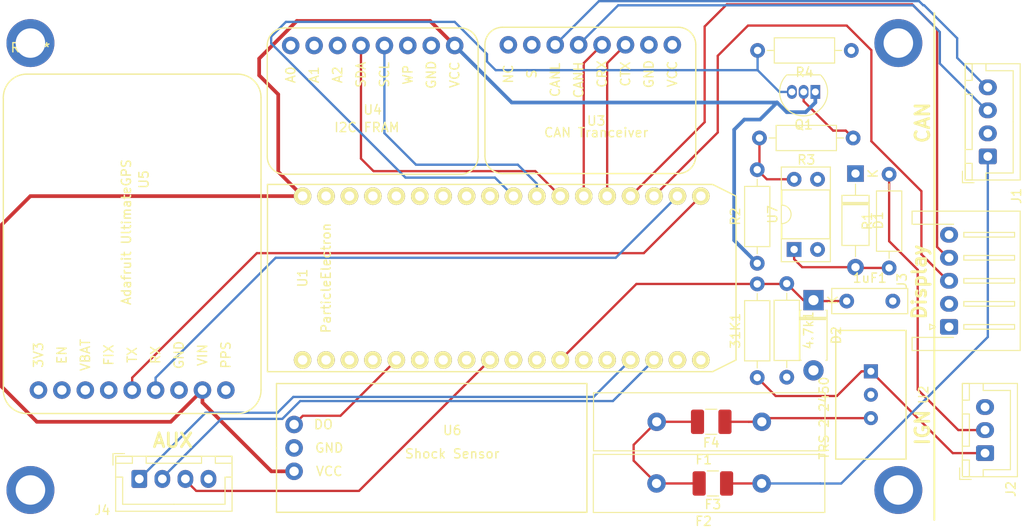
<source format=kicad_pcb>
(kicad_pcb (version 20171130) (host pcbnew "(5.0.2)-1")

  (general
    (thickness 1.6)
    (drawings 5)
    (tracks 166)
    (zones 0)
    (modules 26)
    (nets 57)
  )

  (page A4)
  (layers
    (0 F.Cu signal)
    (31 B.Cu signal)
    (32 B.Adhes user)
    (33 F.Adhes user)
    (34 B.Paste user)
    (35 F.Paste user)
    (36 B.SilkS user)
    (37 F.SilkS user)
    (38 B.Mask user)
    (39 F.Mask user)
    (40 Dwgs.User user)
    (41 Cmts.User user)
    (42 Eco1.User user)
    (43 Eco2.User user)
    (44 Edge.Cuts user)
    (45 Margin user)
    (46 B.CrtYd user)
    (47 F.CrtYd user)
    (48 B.Fab user)
    (49 F.Fab user)
  )

  (setup
    (last_trace_width 0.25)
    (trace_clearance 0.2)
    (zone_clearance 0.508)
    (zone_45_only no)
    (trace_min 0.2)
    (segment_width 0.2)
    (edge_width 0.15)
    (via_size 0.8)
    (via_drill 0.4)
    (via_min_size 0.4)
    (via_min_drill 0.3)
    (uvia_size 0.3)
    (uvia_drill 0.1)
    (uvias_allowed no)
    (uvia_min_size 0.2)
    (uvia_min_drill 0.1)
    (pcb_text_width 0.3)
    (pcb_text_size 1.5 1.5)
    (mod_edge_width 0.15)
    (mod_text_size 1 1)
    (mod_text_width 0.15)
    (pad_size 1.524 1.524)
    (pad_drill 0.762)
    (pad_to_mask_clearance 0.051)
    (solder_mask_min_width 0.25)
    (aux_axis_origin 0 0)
    (visible_elements 7FFDFFFF)
    (pcbplotparams
      (layerselection 0x010fc_ffffffff)
      (usegerberextensions false)
      (usegerberattributes false)
      (usegerberadvancedattributes false)
      (creategerberjobfile false)
      (excludeedgelayer true)
      (linewidth 0.100000)
      (plotframeref false)
      (viasonmask false)
      (mode 1)
      (useauxorigin false)
      (hpglpennumber 1)
      (hpglpenspeed 20)
      (hpglpendiameter 15.000000)
      (psnegative false)
      (psa4output false)
      (plotreference true)
      (plotvalue true)
      (plotinvisibletext false)
      (padsonsilk false)
      (subtractmaskfromsilk false)
      (outputformat 1)
      (mirror false)
      (drillshape 1)
      (scaleselection 1)
      (outputdirectory ""))
  )

  (net 0 "")
  (net 1 GND)
  (net 2 "Net-(D1-Pad2)")
  (net 3 5VDC)
  (net 4 "Net-(F1-Pad1)")
  (net 5 "Net-(F2-Pad1)")
  (net 6 CAN_H)
  (net 7 CAN_L)
  (net 8 12VIN)
  (net 9 IGN)
  (net 10 Nextion_TX)
  (net 11 Nextion_RX)
  (net 12 "Net-(J3-Pad5)")
  (net 13 "Net-(Q1-Pad2)")
  (net 14 IGNSignal)
  (net 15 3V3)
  (net 16 "Net-(R2-Pad2)")
  (net 17 GPS_TX)
  (net 18 GPS_RX)
  (net 19 CAN_TX)
  (net 20 CAN_RX)
  (net 21 FRAM_SDA)
  (net 22 FRAM_SCL)
  (net 23 VBAT)
  (net 24 RESET)
  (net 25 Shock_Signal)
  (net 26 DAC)
  (net 27 RX)
  (net 28 TX)
  (net 29 "Net-(U3-Pad1)")
  (net 30 "Net-(U3-Pad2)")
  (net 31 "Net-(U4-Pad1)")
  (net 32 "Net-(U4-Pad2)")
  (net 33 "Net-(U4-Pad3)")
  (net 34 "Net-(U4-Pad6)")
  (net 35 "Net-(U5-Pad1)")
  (net 36 "Net-(U5-Pad6)")
  (net 37 "Net-(U5-Pad7)")
  (net 38 "Net-(U5-Pad8)")
  (net 39 "Net-(U5-Pad9)")
  (net 40 AUX_1)
  (net 41 AUX_2)
  (net 42 AUX_3)
  (net 43 "Net-(U1-Pad28)")
  (net 44 "Net-(U1-Pad29)")
  (net 45 "Net-(U1-Pad30)")
  (net 46 "Net-(U1-Pad31)")
  (net 47 "Net-(U1-Pad32)")
  (net 48 "Net-(U1-Pad18)")
  (net 49 "Net-(U1-Pad17)")
  (net 50 "Net-(U1-Pad13)")
  (net 51 "Net-(U1-Pad11)")
  (net 52 "Net-(U1-Pad10)")
  (net 53 "Net-(U1-Pad8)")
  (net 54 "Net-(U1-Pad7)")
  (net 55 VMON)
  (net 56 "Net-(U1-Pad14)")

  (net_class Default "This is the default net class."
    (clearance 0.2)
    (trace_width 0.25)
    (via_dia 0.8)
    (via_drill 0.4)
    (uvia_dia 0.3)
    (uvia_drill 0.1)
    (add_net 12VIN)
    (add_net 5VDC)
    (add_net AUX_1)
    (add_net AUX_2)
    (add_net AUX_3)
    (add_net CAN_H)
    (add_net CAN_L)
    (add_net CAN_RX)
    (add_net CAN_TX)
    (add_net DAC)
    (add_net FRAM_SCL)
    (add_net FRAM_SDA)
    (add_net GND)
    (add_net GPS_RX)
    (add_net GPS_TX)
    (add_net IGN)
    (add_net IGNSignal)
    (add_net "Net-(D1-Pad2)")
    (add_net "Net-(F1-Pad1)")
    (add_net "Net-(F2-Pad1)")
    (add_net "Net-(J3-Pad5)")
    (add_net "Net-(Q1-Pad2)")
    (add_net "Net-(R2-Pad2)")
    (add_net "Net-(U1-Pad10)")
    (add_net "Net-(U1-Pad11)")
    (add_net "Net-(U1-Pad13)")
    (add_net "Net-(U1-Pad14)")
    (add_net "Net-(U1-Pad17)")
    (add_net "Net-(U1-Pad18)")
    (add_net "Net-(U1-Pad28)")
    (add_net "Net-(U1-Pad29)")
    (add_net "Net-(U1-Pad30)")
    (add_net "Net-(U1-Pad31)")
    (add_net "Net-(U1-Pad32)")
    (add_net "Net-(U1-Pad7)")
    (add_net "Net-(U1-Pad8)")
    (add_net "Net-(U3-Pad1)")
    (add_net "Net-(U3-Pad2)")
    (add_net "Net-(U4-Pad1)")
    (add_net "Net-(U4-Pad2)")
    (add_net "Net-(U4-Pad3)")
    (add_net "Net-(U4-Pad6)")
    (add_net "Net-(U5-Pad1)")
    (add_net "Net-(U5-Pad6)")
    (add_net "Net-(U5-Pad7)")
    (add_net "Net-(U5-Pad8)")
    (add_net "Net-(U5-Pad9)")
    (add_net Nextion_RX)
    (add_net Nextion_TX)
    (add_net RESET)
    (add_net RX)
    (add_net Shock_Signal)
    (add_net TX)
    (add_net VBAT)
    (add_net VMON)
  )

  (net_class thickbaby ""
    (clearance 0.2)
    (trace_width 0.4)
    (via_dia 0.8)
    (via_drill 0.4)
    (uvia_dia 0.3)
    (uvia_drill 0.1)
    (add_net 3V3)
  )

  (net_class thicko ""
    (clearance 0.2)
    (trace_width 0.25)
    (via_dia 0.8)
    (via_drill 0.4)
    (uvia_dia 0.3)
    (uvia_drill 0.1)
  )

  (module heathsfootprints:AdafruitUltimateGPS (layer F.Cu) (tedit 5D6F5A20) (tstamp 5DE9AFB1)
    (at 108.7 94.5 90)
    (path /5D6D0C95)
    (fp_text reference U5 (at 12.7 0 90) (layer F.SilkS)
      (effects (font (size 1 1) (thickness 0.15)))
    )
    (fp_text value AdafruitUltimateGPS (at 11.43 2.54 90) (layer F.Fab)
      (effects (font (size 1 1) (thickness 0.15)))
    )
    (fp_line (start -12.7 -12.7) (end -12.7 8.89) (layer F.SilkS) (width 0.15))
    (fp_arc (start -10.16 -12.7) (end -10.16 -15.24) (angle -90) (layer F.SilkS) (width 0.15))
    (fp_arc (start -10.16 10.16) (end -12.7 10.16) (angle -90) (layer F.SilkS) (width 0.15))
    (fp_line (start -12.7 8.89) (end -12.7 10.16) (layer F.SilkS) (width 0.15))
    (fp_line (start -10.16 12.7) (end 12.7 12.7) (layer F.SilkS) (width 0.15))
    (fp_line (start 24.13 10.16) (end 24.13 -12.7) (layer F.SilkS) (width 0.15))
    (fp_arc (start 21.59 -12.7) (end 24.13 -12.7) (angle -90) (layer F.SilkS) (width 0.15))
    (fp_arc (start 21.59 10.16) (end 21.59 12.7) (angle -90) (layer F.SilkS) (width 0.15))
    (fp_line (start 12.7 12.7) (end 21.59 12.7) (layer F.SilkS) (width 0.15))
    (fp_line (start -10.16 -15.24) (end 21.59 -15.24) (layer F.SilkS) (width 0.15))
    (fp_text user "Adafruit UltimateGPS" (at 6.985 -1.905 90) (layer F.SilkS)
      (effects (font (size 1 1) (thickness 0.15)))
    )
    (fp_text user 3V3 (at -6.35 -11.43 90) (layer F.SilkS)
      (effects (font (size 1 1) (thickness 0.15)))
    )
    (fp_text user EN (at -6.35 -8.89 90) (layer F.SilkS)
      (effects (font (size 1 1) (thickness 0.15)))
    )
    (fp_text user VBAT (at -6.35 -6.35 90) (layer F.SilkS)
      (effects (font (size 1 1) (thickness 0.15)))
    )
    (fp_text user FIX (at -6.35 -3.81 90) (layer F.SilkS)
      (effects (font (size 1 1) (thickness 0.15)))
    )
    (fp_text user TX (at -6.35 -1.27 90) (layer F.SilkS)
      (effects (font (size 1 1) (thickness 0.15)))
    )
    (fp_text user RX (at -6.35 1.27 90) (layer F.SilkS)
      (effects (font (size 1 1) (thickness 0.15)))
    )
    (fp_text user GND (at -6.35 3.81 90) (layer F.SilkS)
      (effects (font (size 1 1) (thickness 0.15)))
    )
    (fp_text user VIN (at -6.35 6.35 90) (layer F.SilkS)
      (effects (font (size 1 1) (thickness 0.15)))
    )
    (fp_text user PPS (at -6.35 8.89 90) (layer F.SilkS)
      (effects (font (size 1 1) (thickness 0.15)))
    )
    (pad 1 thru_hole circle (at -10.16 8.89 90) (size 1.9 1.9) (drill 1.02) (layers *.Cu *.Mask)
      (net 35 "Net-(U5-Pad1)"))
    (pad 2 thru_hole circle (at -10.16 6.35 90) (size 1.9 1.9) (drill 1.02) (layers *.Cu *.Mask)
      (net 15 3V3))
    (pad 3 thru_hole circle (at -10.16 3.81 90) (size 1.9 1.9) (drill 1.02) (layers *.Cu *.Mask)
      (net 1 GND))
    (pad 4 thru_hole circle (at -10.16 1.27 90) (size 1.9 1.9) (drill 1.02) (layers *.Cu *.Mask)
      (net 18 GPS_RX))
    (pad 5 thru_hole circle (at -10.16 -1.27 90) (size 1.9 1.9) (drill 1.02) (layers *.Cu *.Mask)
      (net 17 GPS_TX))
    (pad 6 thru_hole circle (at -10.16 -3.81 90) (size 1.9 1.9) (drill 1.02) (layers *.Cu *.Mask)
      (net 36 "Net-(U5-Pad6)"))
    (pad 7 thru_hole circle (at -10.16 -6.35 90) (size 1.9 1.9) (drill 1.02) (layers *.Cu *.Mask)
      (net 37 "Net-(U5-Pad7)"))
    (pad 8 thru_hole circle (at -10.16 -8.89 90) (size 1.9 1.9) (drill 1.02) (layers *.Cu *.Mask)
      (net 38 "Net-(U5-Pad8)"))
    (pad 9 thru_hole circle (at -10.16 -11.43 90) (size 1.9 1.9) (drill 1.02) (layers *.Cu *.Mask)
      (net 39 "Net-(U5-Pad9)"))
  )

  (module heathsfootprints:NextionMountingHoles (layer F.Cu) (tedit 5D6F779A) (tstamp 5DEA0D09)
    (at 96.4 67)
    (fp_text reference REF** (at 0 0.5) (layer F.SilkS)
      (effects (font (size 1 1) (thickness 0.15)))
    )
    (fp_text value NextionMountingHoles (at 0 -0.5) (layer F.Fab)
      (effects (font (size 1 1) (thickness 0.15)))
    )
    (pad 4 thru_hole circle (at 94.1 48.5) (size 5.2 5.2) (drill 3.2) (layers *.Cu *.Mask))
    (pad 3 thru_hole circle (at 94.1 0) (size 5.2 5.2) (drill 3.2) (layers *.Cu *.Mask))
    (pad 2 thru_hole circle (at 0 48.5) (size 5.2 5.2) (drill 3.2) (layers *.Cu *.Mask))
    (pad 1 thru_hole circle (at 0 0) (size 5.2 5.2) (drill 3.2) (layers *.Cu *.Mask))
  )

  (module Particle:electron (layer F.Cu) (tedit 56BBB724) (tstamp 5DEA0CA8)
    (at 172.9 92.5 90)
    (path /5D6D05D3)
    (fp_text reference U1 (at 0 -46.99 90) (layer F.SilkS)
      (effects (font (size 1 1) (thickness 0.15)))
    )
    (fp_text value ParticleElectron (at 0 -44.45 90) (layer F.SilkS)
      (effects (font (size 1 1) (thickness 0.15)))
    )
    (fp_line (start -10.16 -50.8) (end 10.16 -50.8) (layer F.SilkS) (width 0.15))
    (fp_line (start -10.16 -50.8) (end -10.16 -2.54) (layer F.SilkS) (width 0.15))
    (fp_line (start 10.16 -50.8) (end 10.16 -2.54) (layer F.SilkS) (width 0.15))
    (fp_line (start -8.89 0) (end 8.89 0) (layer F.SilkS) (width 0.15))
    (fp_line (start -10.16 -2.54) (end -8.89 0) (layer F.SilkS) (width 0.15))
    (fp_line (start 10.16 -2.54) (end 8.89 0) (layer F.SilkS) (width 0.15))
    (pad 19 thru_hole circle (at 8.89 -3.81 90) (size 1.9 1.9) (drill 1.02) (layers *.Cu *.Mask F.SilkS)
      (net 17 GPS_TX))
    (pad 20 thru_hole circle (at 8.89 -6.35 90) (size 1.9 1.9) (drill 1.02) (layers *.Cu *.Mask F.SilkS)
      (net 18 GPS_RX))
    (pad 21 thru_hole circle (at 8.89 -8.89 90) (size 1.9 1.9) (drill 1.02) (layers *.Cu *.Mask F.SilkS)
      (net 10 Nextion_TX))
    (pad 22 thru_hole circle (at 8.89 -11.43 90) (size 1.9 1.9) (drill 1.02) (layers *.Cu *.Mask F.SilkS)
      (net 11 Nextion_RX))
    (pad 23 thru_hole circle (at 8.89 -13.97 90) (size 1.9 1.9) (drill 1.02) (layers *.Cu *.Mask F.SilkS)
      (net 19 CAN_TX))
    (pad 24 thru_hole circle (at 8.89 -16.51 90) (size 1.9 1.9) (drill 1.02) (layers *.Cu *.Mask F.SilkS)
      (net 20 CAN_RX))
    (pad 25 thru_hole circle (at 8.89 -19.05 90) (size 1.9 1.9) (drill 1.02) (layers *.Cu *.Mask F.SilkS)
      (net 21 FRAM_SDA))
    (pad 26 thru_hole circle (at 8.89 -21.59 90) (size 1.9 1.9) (drill 1.02) (layers *.Cu *.Mask F.SilkS)
      (net 22 FRAM_SCL))
    (pad 27 thru_hole circle (at 8.89 -24.13 90) (size 1.9 1.9) (drill 1.02) (layers *.Cu *.Mask F.SilkS)
      (net 14 IGNSignal))
    (pad 28 thru_hole circle (at 8.89 -26.67 90) (size 1.9 1.9) (drill 1.02) (layers *.Cu *.Mask F.SilkS)
      (net 43 "Net-(U1-Pad28)"))
    (pad 29 thru_hole circle (at 8.89 -29.21 90) (size 1.9 1.9) (drill 1.02) (layers *.Cu *.Mask F.SilkS)
      (net 44 "Net-(U1-Pad29)"))
    (pad 30 thru_hole circle (at 8.89 -31.75 90) (size 1.9 1.9) (drill 1.02) (layers *.Cu *.Mask F.SilkS)
      (net 45 "Net-(U1-Pad30)"))
    (pad 31 thru_hole circle (at 8.89 -34.29 90) (size 1.9 1.9) (drill 1.02) (layers *.Cu *.Mask F.SilkS)
      (net 46 "Net-(U1-Pad31)"))
    (pad 32 thru_hole circle (at 8.89 -36.83 90) (size 1.9 1.9) (drill 1.02) (layers *.Cu *.Mask F.SilkS)
      (net 47 "Net-(U1-Pad32)"))
    (pad 33 thru_hole circle (at 8.89 -39.37 90) (size 1.9 1.9) (drill 1.02) (layers *.Cu *.Mask F.SilkS)
      (net 1 GND))
    (pad 34 thru_hole circle (at 8.89 -41.91 90) (size 1.9 1.9) (drill 1.02) (layers *.Cu *.Mask F.SilkS)
      (net 23 VBAT))
    (pad 35 thru_hole circle (at 8.89 -44.45 90) (size 1.9 1.9) (drill 1.02) (layers *.Cu *.Mask F.SilkS)
      (net 24 RESET))
    (pad 36 thru_hole circle (at 8.89 -46.99 90) (size 1.9 1.9) (drill 1.02) (layers *.Cu *.Mask F.SilkS)
      (net 15 3V3))
    (pad 18 thru_hole circle (at -8.89 -3.81 90) (size 1.9 1.9) (drill 1.02) (layers *.Cu *.Mask F.SilkS)
      (net 48 "Net-(U1-Pad18)"))
    (pad 17 thru_hole circle (at -8.89 -6.35 90) (size 1.9 1.9) (drill 1.02) (layers *.Cu *.Mask F.SilkS)
      (net 49 "Net-(U1-Pad17)"))
    (pad 16 thru_hole circle (at -8.89 -8.89 90) (size 1.9 1.9) (drill 1.02) (layers *.Cu *.Mask F.SilkS)
      (net 41 AUX_2))
    (pad 15 thru_hole circle (at -8.89 -11.43 90) (size 1.9 1.9) (drill 1.02) (layers *.Cu *.Mask F.SilkS)
      (net 40 AUX_1))
    (pad 14 thru_hole circle (at -8.89 -13.97 90) (size 1.9 1.9) (drill 1.02) (layers *.Cu *.Mask F.SilkS)
      (net 56 "Net-(U1-Pad14)"))
    (pad 13 thru_hole circle (at -8.89 -16.51 90) (size 1.9 1.9) (drill 1.02) (layers *.Cu *.Mask F.SilkS)
      (net 50 "Net-(U1-Pad13)"))
    (pad 12 thru_hole circle (at -8.89 -19.05 90) (size 1.9 1.9) (drill 1.02) (layers *.Cu *.Mask F.SilkS)
      (net 55 VMON))
    (pad 11 thru_hole circle (at -8.89 -21.59 90) (size 1.9 1.9) (drill 1.02) (layers *.Cu *.Mask F.SilkS)
      (net 51 "Net-(U1-Pad11)"))
    (pad 10 thru_hole circle (at -8.89 -24.13 90) (size 1.9 1.9) (drill 1.02) (layers *.Cu *.Mask F.SilkS)
      (net 52 "Net-(U1-Pad10)"))
    (pad 9 thru_hole circle (at -8.89 -26.67 90) (size 1.9 1.9) (drill 1.02) (layers *.Cu *.Mask F.SilkS)
      (net 42 AUX_3))
    (pad 8 thru_hole circle (at -8.89 -29.21 90) (size 1.9 1.9) (drill 1.02) (layers *.Cu *.Mask F.SilkS)
      (net 53 "Net-(U1-Pad8)"))
    (pad 7 thru_hole circle (at -8.89 -31.75 90) (size 1.9 1.9) (drill 1.02) (layers *.Cu *.Mask F.SilkS)
      (net 54 "Net-(U1-Pad7)"))
    (pad 6 thru_hole circle (at -8.89 -34.29 90) (size 1.9 1.9) (drill 1.02) (layers *.Cu *.Mask F.SilkS)
      (net 26 DAC))
    (pad 5 thru_hole circle (at -8.89 -36.83 90) (size 1.9 1.9) (drill 1.02) (layers *.Cu *.Mask F.SilkS)
      (net 25 Shock_Signal))
    (pad 4 thru_hole circle (at -8.89 -39.37 90) (size 1.9 1.9) (drill 1.02) (layers *.Cu *.Mask F.SilkS)
      (net 27 RX))
    (pad 3 thru_hole circle (at -8.89 -41.91 90) (size 1.9 1.9) (drill 1.02) (layers *.Cu *.Mask F.SilkS)
      (net 28 TX))
    (pad 2 thru_hole circle (at -8.89 -44.45 90) (size 1.9 1.9) (drill 1.02) (layers *.Cu *.Mask F.SilkS)
      (net 1 GND))
    (pad 1 thru_hole circle (at -8.89 -46.99 90) (size 1.9 1.9) (drill 1.02) (layers *.Cu *.Mask F.SilkS)
      (net 3 5VDC))
  )

  (module Diode_THT:D_A-405_P10.16mm_Horizontal (layer F.Cu) (tedit 5AE50CD5) (tstamp 5DEA09C0)
    (at 185.853981 81.162352 270)
    (descr "Diode, A-405 series, Axial, Horizontal, pin pitch=10.16mm, , length*diameter=5.2*2.7mm^2, , http://www.diodes.com/_files/packages/A-405.pdf")
    (tags "Diode A-405 series Axial Horizontal pin pitch 10.16mm  length 5.2mm diameter 2.7mm")
    (path /5D6D3695)
    (fp_text reference D1 (at 5.08 -2.47 270) (layer F.SilkS)
      (effects (font (size 1 1) (thickness 0.15)))
    )
    (fp_text value DIODE (at 5.08 2.47 270) (layer F.Fab)
      (effects (font (size 1 1) (thickness 0.15)))
    )
    (fp_line (start 2.48 -1.35) (end 2.48 1.35) (layer F.Fab) (width 0.1))
    (fp_line (start 2.48 1.35) (end 7.68 1.35) (layer F.Fab) (width 0.1))
    (fp_line (start 7.68 1.35) (end 7.68 -1.35) (layer F.Fab) (width 0.1))
    (fp_line (start 7.68 -1.35) (end 2.48 -1.35) (layer F.Fab) (width 0.1))
    (fp_line (start 0 0) (end 2.48 0) (layer F.Fab) (width 0.1))
    (fp_line (start 10.16 0) (end 7.68 0) (layer F.Fab) (width 0.1))
    (fp_line (start 3.26 -1.35) (end 3.26 1.35) (layer F.Fab) (width 0.1))
    (fp_line (start 3.36 -1.35) (end 3.36 1.35) (layer F.Fab) (width 0.1))
    (fp_line (start 3.16 -1.35) (end 3.16 1.35) (layer F.Fab) (width 0.1))
    (fp_line (start 2.36 -1.47) (end 2.36 1.47) (layer F.SilkS) (width 0.12))
    (fp_line (start 2.36 1.47) (end 7.8 1.47) (layer F.SilkS) (width 0.12))
    (fp_line (start 7.8 1.47) (end 7.8 -1.47) (layer F.SilkS) (width 0.12))
    (fp_line (start 7.8 -1.47) (end 2.36 -1.47) (layer F.SilkS) (width 0.12))
    (fp_line (start 1.14 0) (end 2.36 0) (layer F.SilkS) (width 0.12))
    (fp_line (start 9.02 0) (end 7.8 0) (layer F.SilkS) (width 0.12))
    (fp_line (start 3.26 -1.47) (end 3.26 1.47) (layer F.SilkS) (width 0.12))
    (fp_line (start 3.38 -1.47) (end 3.38 1.47) (layer F.SilkS) (width 0.12))
    (fp_line (start 3.14 -1.47) (end 3.14 1.47) (layer F.SilkS) (width 0.12))
    (fp_line (start -1.15 -1.6) (end -1.15 1.6) (layer F.CrtYd) (width 0.05))
    (fp_line (start -1.15 1.6) (end 11.31 1.6) (layer F.CrtYd) (width 0.05))
    (fp_line (start 11.31 1.6) (end 11.31 -1.6) (layer F.CrtYd) (width 0.05))
    (fp_line (start 11.31 -1.6) (end -1.15 -1.6) (layer F.CrtYd) (width 0.05))
    (fp_text user %R (at 5.47 0 270) (layer F.Fab)
      (effects (font (size 1 1) (thickness 0.15)))
    )
    (fp_text user K (at 0 -1.9 270) (layer F.Fab)
      (effects (font (size 1 1) (thickness 0.15)))
    )
    (fp_text user K (at 0 -1.9 270) (layer F.SilkS)
      (effects (font (size 1 1) (thickness 0.15)))
    )
    (pad 1 thru_hole rect (at 0 0 270) (size 1.8 1.8) (drill 0.9) (layers *.Cu *.Mask)
      (net 1 GND))
    (pad 2 thru_hole oval (at 10.16 0 270) (size 1.8 1.8) (drill 0.9) (layers *.Cu *.Mask)
      (net 2 "Net-(D1-Pad2)"))
    (model ${KISYS3DMOD}/Diode_THT.3dshapes/D_A-405_P10.16mm_Horizontal.wrl
      (at (xyz 0 0 0))
      (scale (xyz 1 1 1))
      (rotate (xyz 0 0 0))
    )
  )

  (module Fuse:Fuse_Littelfuse-LVR200 (layer F.Cu) (tedit 5909D743) (tstamp 5DEA2C55)
    (at 175.7 108.1 180)
    (descr "Littelfuse, resettable fuse, PTC, polyswitch LVR200, Ih 2A, http://www.littelfuse.com/~/media/electronics/datasheets/resettable_ptcs/littelfuse_ptc_lvr_catalog_datasheet.pdf.pdf")
    (tags "LVR200 PTC resettable polyswitch ")
    (path /5D6ED997)
    (fp_text reference F1 (at 6.3 -4.1 180) (layer F.SilkS)
      (effects (font (size 1 1) (thickness 0.15)))
    )
    (fp_text value "Polyfuse 2000mA" (at 5.5 4.2 180) (layer F.Fab)
      (effects (font (size 1 1) (thickness 0.15)))
    )
    (fp_line (start 18.25 3.15) (end -6.85 3.15) (layer F.SilkS) (width 0.12))
    (fp_line (start 18.25 3.15) (end 18.25 -3.15) (layer F.SilkS) (width 0.12))
    (fp_line (start -6.85 -3.15) (end -6.85 3.15) (layer F.SilkS) (width 0.12))
    (fp_line (start -6.85 -3.15) (end 18.25 -3.15) (layer F.SilkS) (width 0.12))
    (fp_line (start 18.4 3.3) (end -7 3.3) (layer F.CrtYd) (width 0.05))
    (fp_line (start 18.4 3.3) (end 18.4 -3.3) (layer F.CrtYd) (width 0.05))
    (fp_line (start -7 -3.3) (end -7 3.3) (layer F.CrtYd) (width 0.05))
    (fp_line (start -7 -3.3) (end 18.4 -3.3) (layer F.CrtYd) (width 0.05))
    (fp_line (start -6.75 -3.05) (end -6.75 3.05) (layer F.Fab) (width 0.1))
    (fp_line (start 18.15 -3.05) (end -6.75 -3.05) (layer F.Fab) (width 0.1))
    (fp_line (start 18.15 3.05) (end 18.15 -3.05) (layer F.Fab) (width 0.1))
    (fp_line (start -6.75 3.05) (end 18.15 3.05) (layer F.Fab) (width 0.1))
    (fp_text user %R (at 6 0 180) (layer F.Fab)
      (effects (font (size 1 1) (thickness 0.15)))
    )
    (pad 2 thru_hole circle (at 11.4 0 180) (size 2 2) (drill 1) (layers *.Cu *.Mask)
      (net 3 5VDC))
    (pad 1 thru_hole circle (at 0 0 180) (size 2 2) (drill 1) (layers *.Cu *.Mask)
      (net 4 "Net-(F1-Pad1)"))
    (model ${KISYS3DMOD}/Fuse.3dshapes/Fuse_Littelfuse-LVR200.wrl
      (at (xyz 0 0 0))
      (scale (xyz 1 1 1))
      (rotate (xyz 0 0 0))
    )
  )

  (module Fuse:Fuse_Littelfuse-LVR200 (layer F.Cu) (tedit 5909D743) (tstamp 5D7CDADC)
    (at 175.678589 114.791319 180)
    (descr "Littelfuse, resettable fuse, PTC, polyswitch LVR200, Ih 2A, http://www.littelfuse.com/~/media/electronics/datasheets/resettable_ptcs/littelfuse_ptc_lvr_catalog_datasheet.pdf.pdf")
    (tags "LVR200 PTC resettable polyswitch ")
    (path /5D6EB140)
    (fp_text reference F2 (at 6.3 -4.1 180) (layer F.SilkS)
      (effects (font (size 1 1) (thickness 0.15)))
    )
    (fp_text value "Polyfuse 1000mA" (at 5.5 4.2 180) (layer F.Fab)
      (effects (font (size 1 1) (thickness 0.15)))
    )
    (fp_text user %R (at 6 0 180) (layer F.Fab)
      (effects (font (size 1 1) (thickness 0.15)))
    )
    (fp_line (start -6.75 3.05) (end 18.15 3.05) (layer F.Fab) (width 0.1))
    (fp_line (start 18.15 3.05) (end 18.15 -3.05) (layer F.Fab) (width 0.1))
    (fp_line (start 18.15 -3.05) (end -6.75 -3.05) (layer F.Fab) (width 0.1))
    (fp_line (start -6.75 -3.05) (end -6.75 3.05) (layer F.Fab) (width 0.1))
    (fp_line (start -7 -3.3) (end 18.4 -3.3) (layer F.CrtYd) (width 0.05))
    (fp_line (start -7 -3.3) (end -7 3.3) (layer F.CrtYd) (width 0.05))
    (fp_line (start 18.4 3.3) (end 18.4 -3.3) (layer F.CrtYd) (width 0.05))
    (fp_line (start 18.4 3.3) (end -7 3.3) (layer F.CrtYd) (width 0.05))
    (fp_line (start -6.85 -3.15) (end 18.25 -3.15) (layer F.SilkS) (width 0.12))
    (fp_line (start -6.85 -3.15) (end -6.85 3.15) (layer F.SilkS) (width 0.12))
    (fp_line (start 18.25 3.15) (end 18.25 -3.15) (layer F.SilkS) (width 0.12))
    (fp_line (start 18.25 3.15) (end -6.85 3.15) (layer F.SilkS) (width 0.12))
    (pad 1 thru_hole circle (at 0 0 180) (size 2 2) (drill 1) (layers *.Cu *.Mask)
      (net 5 "Net-(F2-Pad1)"))
    (pad 2 thru_hole circle (at 11.4 0 180) (size 2 2) (drill 1) (layers *.Cu *.Mask)
      (net 3 5VDC))
    (model ${KISYS3DMOD}/Fuse.3dshapes/Fuse_Littelfuse-LVR200.wrl
      (at (xyz 0 0 0))
      (scale (xyz 1 1 1))
      (rotate (xyz 0 0 0))
    )
  )

  (module Capacitor_SMD:C_1210_3225Metric_Pad1.42x2.65mm_HandSolder (layer F.Cu) (tedit 5B301BBE) (tstamp 5D7CDB10)
    (at 170.391089 114.791319 180)
    (descr "Capacitor SMD 1210 (3225 Metric), square (rectangular) end terminal, IPC_7351 nominal with elongated pad for handsoldering. (Body size source: http://www.tortai-tech.com/upload/download/2011102023233369053.pdf), generated with kicad-footprint-generator")
    (tags "capacitor handsolder")
    (path /5D6F203B)
    (attr smd)
    (fp_text reference F3 (at 0 -2.28 180) (layer F.SilkS)
      (effects (font (size 1 1) (thickness 0.15)))
    )
    (fp_text value "Polyfuse SMD 1000mA" (at 0 2.28 180) (layer F.Fab)
      (effects (font (size 1 1) (thickness 0.15)))
    )
    (fp_line (start -1.6 1.25) (end -1.6 -1.25) (layer F.Fab) (width 0.1))
    (fp_line (start -1.6 -1.25) (end 1.6 -1.25) (layer F.Fab) (width 0.1))
    (fp_line (start 1.6 -1.25) (end 1.6 1.25) (layer F.Fab) (width 0.1))
    (fp_line (start 1.6 1.25) (end -1.6 1.25) (layer F.Fab) (width 0.1))
    (fp_line (start -0.602064 -1.36) (end 0.602064 -1.36) (layer F.SilkS) (width 0.12))
    (fp_line (start -0.602064 1.36) (end 0.602064 1.36) (layer F.SilkS) (width 0.12))
    (fp_line (start -2.45 1.58) (end -2.45 -1.58) (layer F.CrtYd) (width 0.05))
    (fp_line (start -2.45 -1.58) (end 2.45 -1.58) (layer F.CrtYd) (width 0.05))
    (fp_line (start 2.45 -1.58) (end 2.45 1.58) (layer F.CrtYd) (width 0.05))
    (fp_line (start 2.45 1.58) (end -2.45 1.58) (layer F.CrtYd) (width 0.05))
    (fp_text user %R (at 0 0 180) (layer F.Fab)
      (effects (font (size 0.8 0.8) (thickness 0.12)))
    )
    (pad 1 smd roundrect (at -1.4875 0 180) (size 1.425 2.65) (layers F.Cu F.Paste F.Mask) (roundrect_rratio 0.175439)
      (net 5 "Net-(F2-Pad1)"))
    (pad 2 smd roundrect (at 1.4875 0 180) (size 1.425 2.65) (layers F.Cu F.Paste F.Mask) (roundrect_rratio 0.175439)
      (net 3 5VDC))
    (model ${KISYS3DMOD}/Capacitor_SMD.3dshapes/C_1210_3225Metric.wrl
      (at (xyz 0 0 0))
      (scale (xyz 1 1 1))
      (rotate (xyz 0 0 0))
    )
  )

  (module Connector_JST:JST_XH_B03B-XH-A_1x03_P2.50mm_Vertical (layer F.Cu) (tedit 5B7754C5) (tstamp 5DE96BB3)
    (at 199.9 111.5 90)
    (descr "JST XH series connector, B03B-XH-A (http://www.jst-mfg.com/product/pdf/eng/eXH.pdf), generated with kicad-footprint-generator")
    (tags "connector JST XH side entry")
    (path /5D6D26A0)
    (fp_text reference J2 (at -3.9 2.8 90) (layer F.SilkS)
      (effects (font (size 1 1) (thickness 0.15)))
    )
    (fp_text value MainConnector (at 2.5 4.6 90) (layer F.Fab)
      (effects (font (size 1 1) (thickness 0.15)))
    )
    (fp_line (start -2.45 -2.35) (end -2.45 3.4) (layer F.Fab) (width 0.1))
    (fp_line (start -2.45 3.4) (end 7.45 3.4) (layer F.Fab) (width 0.1))
    (fp_line (start 7.45 3.4) (end 7.45 -2.35) (layer F.Fab) (width 0.1))
    (fp_line (start 7.45 -2.35) (end -2.45 -2.35) (layer F.Fab) (width 0.1))
    (fp_line (start -2.56 -2.46) (end -2.56 3.51) (layer F.SilkS) (width 0.12))
    (fp_line (start -2.56 3.51) (end 7.56 3.51) (layer F.SilkS) (width 0.12))
    (fp_line (start 7.56 3.51) (end 7.56 -2.46) (layer F.SilkS) (width 0.12))
    (fp_line (start 7.56 -2.46) (end -2.56 -2.46) (layer F.SilkS) (width 0.12))
    (fp_line (start -2.95 -2.85) (end -2.95 3.9) (layer F.CrtYd) (width 0.05))
    (fp_line (start -2.95 3.9) (end 7.95 3.9) (layer F.CrtYd) (width 0.05))
    (fp_line (start 7.95 3.9) (end 7.95 -2.85) (layer F.CrtYd) (width 0.05))
    (fp_line (start 7.95 -2.85) (end -2.95 -2.85) (layer F.CrtYd) (width 0.05))
    (fp_line (start -0.625 -2.35) (end 0 -1.35) (layer F.Fab) (width 0.1))
    (fp_line (start 0 -1.35) (end 0.625 -2.35) (layer F.Fab) (width 0.1))
    (fp_line (start 0.75 -2.45) (end 0.75 -1.7) (layer F.SilkS) (width 0.12))
    (fp_line (start 0.75 -1.7) (end 4.25 -1.7) (layer F.SilkS) (width 0.12))
    (fp_line (start 4.25 -1.7) (end 4.25 -2.45) (layer F.SilkS) (width 0.12))
    (fp_line (start 4.25 -2.45) (end 0.75 -2.45) (layer F.SilkS) (width 0.12))
    (fp_line (start -2.55 -2.45) (end -2.55 -1.7) (layer F.SilkS) (width 0.12))
    (fp_line (start -2.55 -1.7) (end -0.75 -1.7) (layer F.SilkS) (width 0.12))
    (fp_line (start -0.75 -1.7) (end -0.75 -2.45) (layer F.SilkS) (width 0.12))
    (fp_line (start -0.75 -2.45) (end -2.55 -2.45) (layer F.SilkS) (width 0.12))
    (fp_line (start 5.75 -2.45) (end 5.75 -1.7) (layer F.SilkS) (width 0.12))
    (fp_line (start 5.75 -1.7) (end 7.55 -1.7) (layer F.SilkS) (width 0.12))
    (fp_line (start 7.55 -1.7) (end 7.55 -2.45) (layer F.SilkS) (width 0.12))
    (fp_line (start 7.55 -2.45) (end 5.75 -2.45) (layer F.SilkS) (width 0.12))
    (fp_line (start -2.55 -0.2) (end -1.8 -0.2) (layer F.SilkS) (width 0.12))
    (fp_line (start -1.8 -0.2) (end -1.8 2.75) (layer F.SilkS) (width 0.12))
    (fp_line (start -1.8 2.75) (end 2.5 2.75) (layer F.SilkS) (width 0.12))
    (fp_line (start 7.55 -0.2) (end 6.8 -0.2) (layer F.SilkS) (width 0.12))
    (fp_line (start 6.8 -0.2) (end 6.8 2.75) (layer F.SilkS) (width 0.12))
    (fp_line (start 6.8 2.75) (end 2.5 2.75) (layer F.SilkS) (width 0.12))
    (fp_line (start -1.6 -2.75) (end -2.85 -2.75) (layer F.SilkS) (width 0.12))
    (fp_line (start -2.85 -2.75) (end -2.85 -1.5) (layer F.SilkS) (width 0.12))
    (fp_text user %R (at 2.5 2.7 90) (layer F.Fab)
      (effects (font (size 1 1) (thickness 0.15)))
    )
    (pad 1 thru_hole roundrect (at 0 0 90) (size 1.7 1.95) (drill 0.95) (layers *.Cu *.Mask) (roundrect_rratio 0.147059)
      (net 8 12VIN))
    (pad 2 thru_hole oval (at 2.5 0 90) (size 1.7 1.95) (drill 0.95) (layers *.Cu *.Mask)
      (net 9 IGN))
    (pad 3 thru_hole oval (at 5 0 90) (size 1.7 1.95) (drill 0.95) (layers *.Cu *.Mask)
      (net 1 GND))
    (model ${KISYS3DMOD}/Connector_JST.3dshapes/JST_XH_B03B-XH-A_1x03_P2.50mm_Vertical.wrl
      (at (xyz 0 0 0))
      (scale (xyz 1 1 1))
      (rotate (xyz 0 0 0))
    )
  )

  (module Package_TO_SOT_THT:TO-92_Inline (layer F.Cu) (tedit 5A1DD157) (tstamp 5DEA0B8D)
    (at 181.5 72.3 180)
    (descr "TO-92 leads in-line, narrow, oval pads, drill 0.75mm (see NXP sot054_po.pdf)")
    (tags "to-92 sc-43 sc-43a sot54 PA33 transistor")
    (path /5D6DA052)
    (fp_text reference Q1 (at 1.27 -3.56 180) (layer F.SilkS)
      (effects (font (size 1 1) (thickness 0.15)))
    )
    (fp_text value 2N3906 (at 1.27 2.79 180) (layer F.Fab)
      (effects (font (size 1 1) (thickness 0.15)))
    )
    (fp_text user %R (at 1.27 -3.56 180) (layer F.Fab)
      (effects (font (size 1 1) (thickness 0.15)))
    )
    (fp_line (start -0.53 1.85) (end 3.07 1.85) (layer F.SilkS) (width 0.12))
    (fp_line (start -0.5 1.75) (end 3 1.75) (layer F.Fab) (width 0.1))
    (fp_line (start -1.46 -2.73) (end 4 -2.73) (layer F.CrtYd) (width 0.05))
    (fp_line (start -1.46 -2.73) (end -1.46 2.01) (layer F.CrtYd) (width 0.05))
    (fp_line (start 4 2.01) (end 4 -2.73) (layer F.CrtYd) (width 0.05))
    (fp_line (start 4 2.01) (end -1.46 2.01) (layer F.CrtYd) (width 0.05))
    (fp_arc (start 1.27 0) (end 1.27 -2.48) (angle 135) (layer F.Fab) (width 0.1))
    (fp_arc (start 1.27 0) (end 1.27 -2.6) (angle -135) (layer F.SilkS) (width 0.12))
    (fp_arc (start 1.27 0) (end 1.27 -2.48) (angle -135) (layer F.Fab) (width 0.1))
    (fp_arc (start 1.27 0) (end 1.27 -2.6) (angle 135) (layer F.SilkS) (width 0.12))
    (pad 2 thru_hole oval (at 1.27 0 180) (size 1.05 1.5) (drill 0.75) (layers *.Cu *.Mask)
      (net 13 "Net-(Q1-Pad2)"))
    (pad 3 thru_hole oval (at 2.54 0 180) (size 1.05 1.5) (drill 0.75) (layers *.Cu *.Mask)
      (net 14 IGNSignal))
    (pad 1 thru_hole rect (at 0 0 180) (size 1.05 1.5) (drill 0.75) (layers *.Cu *.Mask)
      (net 15 3V3))
    (model ${KISYS3DMOD}/Package_TO_SOT_THT.3dshapes/TO-92_Inline.wrl
      (at (xyz 0 0 0))
      (scale (xyz 1 1 1))
      (rotate (xyz 0 0 0))
    )
  )

  (module Resistor_THT:R_Axial_DIN0207_L6.3mm_D2.5mm_P10.16mm_Horizontal (layer F.Cu) (tedit 5AE5139B) (tstamp 5DEA0B50)
    (at 189.5 91.4 90)
    (descr "Resistor, Axial_DIN0207 series, Axial, Horizontal, pin pitch=10.16mm, 0.25W = 1/4W, length*diameter=6.3*2.5mm^2, http://cdn-reichelt.de/documents/datenblatt/B400/1_4W%23YAG.pdf")
    (tags "Resistor Axial_DIN0207 series Axial Horizontal pin pitch 10.16mm 0.25W = 1/4W length 6.3mm diameter 2.5mm")
    (path /5D6E71F5)
    (fp_text reference R1 (at 5.08 -2.37 90) (layer F.SilkS)
      (effects (font (size 1 1) (thickness 0.15)))
    )
    (fp_text value 7.5K (at 5.08 2.37 90) (layer F.Fab)
      (effects (font (size 1 1) (thickness 0.15)))
    )
    (fp_text user %R (at 5.08 0 90) (layer F.Fab)
      (effects (font (size 1 1) (thickness 0.15)))
    )
    (fp_line (start 11.21 -1.5) (end -1.05 -1.5) (layer F.CrtYd) (width 0.05))
    (fp_line (start 11.21 1.5) (end 11.21 -1.5) (layer F.CrtYd) (width 0.05))
    (fp_line (start -1.05 1.5) (end 11.21 1.5) (layer F.CrtYd) (width 0.05))
    (fp_line (start -1.05 -1.5) (end -1.05 1.5) (layer F.CrtYd) (width 0.05))
    (fp_line (start 9.12 0) (end 8.35 0) (layer F.SilkS) (width 0.12))
    (fp_line (start 1.04 0) (end 1.81 0) (layer F.SilkS) (width 0.12))
    (fp_line (start 8.35 -1.37) (end 1.81 -1.37) (layer F.SilkS) (width 0.12))
    (fp_line (start 8.35 1.37) (end 8.35 -1.37) (layer F.SilkS) (width 0.12))
    (fp_line (start 1.81 1.37) (end 8.35 1.37) (layer F.SilkS) (width 0.12))
    (fp_line (start 1.81 -1.37) (end 1.81 1.37) (layer F.SilkS) (width 0.12))
    (fp_line (start 10.16 0) (end 8.23 0) (layer F.Fab) (width 0.1))
    (fp_line (start 0 0) (end 1.93 0) (layer F.Fab) (width 0.1))
    (fp_line (start 8.23 -1.25) (end 1.93 -1.25) (layer F.Fab) (width 0.1))
    (fp_line (start 8.23 1.25) (end 8.23 -1.25) (layer F.Fab) (width 0.1))
    (fp_line (start 1.93 1.25) (end 8.23 1.25) (layer F.Fab) (width 0.1))
    (fp_line (start 1.93 -1.25) (end 1.93 1.25) (layer F.Fab) (width 0.1))
    (pad 2 thru_hole oval (at 10.16 0 90) (size 1.6 1.6) (drill 0.8) (layers *.Cu *.Mask)
      (net 9 IGN))
    (pad 1 thru_hole circle (at 0 0 90) (size 1.6 1.6) (drill 0.8) (layers *.Cu *.Mask)
      (net 2 "Net-(D1-Pad2)"))
    (model ${KISYS3DMOD}/Resistor_THT.3dshapes/R_Axial_DIN0207_L6.3mm_D2.5mm_P10.16mm_Horizontal.wrl
      (at (xyz 0 0 0))
      (scale (xyz 1 1 1))
      (rotate (xyz 0 0 0))
    )
  )

  (module Resistor_THT:R_Axial_DIN0207_L6.3mm_D2.5mm_P10.16mm_Horizontal (layer F.Cu) (tedit 5AE5139B) (tstamp 5DEA0B0E)
    (at 175.2 90.9 90)
    (descr "Resistor, Axial_DIN0207 series, Axial, Horizontal, pin pitch=10.16mm, 0.25W = 1/4W, length*diameter=6.3*2.5mm^2, http://cdn-reichelt.de/documents/datenblatt/B400/1_4W%23YAG.pdf")
    (tags "Resistor Axial_DIN0207 series Axial Horizontal pin pitch 10.16mm 0.25W = 1/4W length 6.3mm diameter 2.5mm")
    (path /5D6D76D5)
    (fp_text reference R2 (at 5.08 -2.37 90) (layer F.SilkS)
      (effects (font (size 1 1) (thickness 0.15)))
    )
    (fp_text value 10K (at 5.08 2.37 90) (layer F.Fab)
      (effects (font (size 1 1) (thickness 0.15)))
    )
    (fp_line (start 1.93 -1.25) (end 1.93 1.25) (layer F.Fab) (width 0.1))
    (fp_line (start 1.93 1.25) (end 8.23 1.25) (layer F.Fab) (width 0.1))
    (fp_line (start 8.23 1.25) (end 8.23 -1.25) (layer F.Fab) (width 0.1))
    (fp_line (start 8.23 -1.25) (end 1.93 -1.25) (layer F.Fab) (width 0.1))
    (fp_line (start 0 0) (end 1.93 0) (layer F.Fab) (width 0.1))
    (fp_line (start 10.16 0) (end 8.23 0) (layer F.Fab) (width 0.1))
    (fp_line (start 1.81 -1.37) (end 1.81 1.37) (layer F.SilkS) (width 0.12))
    (fp_line (start 1.81 1.37) (end 8.35 1.37) (layer F.SilkS) (width 0.12))
    (fp_line (start 8.35 1.37) (end 8.35 -1.37) (layer F.SilkS) (width 0.12))
    (fp_line (start 8.35 -1.37) (end 1.81 -1.37) (layer F.SilkS) (width 0.12))
    (fp_line (start 1.04 0) (end 1.81 0) (layer F.SilkS) (width 0.12))
    (fp_line (start 9.12 0) (end 8.35 0) (layer F.SilkS) (width 0.12))
    (fp_line (start -1.05 -1.5) (end -1.05 1.5) (layer F.CrtYd) (width 0.05))
    (fp_line (start -1.05 1.5) (end 11.21 1.5) (layer F.CrtYd) (width 0.05))
    (fp_line (start 11.21 1.5) (end 11.21 -1.5) (layer F.CrtYd) (width 0.05))
    (fp_line (start 11.21 -1.5) (end -1.05 -1.5) (layer F.CrtYd) (width 0.05))
    (fp_text user %R (at 5.08 0 90) (layer F.Fab)
      (effects (font (size 1 1) (thickness 0.15)))
    )
    (pad 1 thru_hole circle (at 0 0 90) (size 1.6 1.6) (drill 0.8) (layers *.Cu *.Mask)
      (net 15 3V3))
    (pad 2 thru_hole oval (at 10.16 0 90) (size 1.6 1.6) (drill 0.8) (layers *.Cu *.Mask)
      (net 16 "Net-(R2-Pad2)"))
    (model ${KISYS3DMOD}/Resistor_THT.3dshapes/R_Axial_DIN0207_L6.3mm_D2.5mm_P10.16mm_Horizontal.wrl
      (at (xyz 0 0 0))
      (scale (xyz 1 1 1))
      (rotate (xyz 0 0 0))
    )
  )

  (module Resistor_THT:R_Axial_DIN0207_L6.3mm_D2.5mm_P10.16mm_Horizontal (layer F.Cu) (tedit 5AE5139B) (tstamp 5DEA0ACC)
    (at 185.6 77.3 180)
    (descr "Resistor, Axial_DIN0207 series, Axial, Horizontal, pin pitch=10.16mm, 0.25W = 1/4W, length*diameter=6.3*2.5mm^2, http://cdn-reichelt.de/documents/datenblatt/B400/1_4W%23YAG.pdf")
    (tags "Resistor Axial_DIN0207 series Axial Horizontal pin pitch 10.16mm 0.25W = 1/4W length 6.3mm diameter 2.5mm")
    (path /5D6E30DE)
    (fp_text reference R3 (at 5.08 -2.37 180) (layer F.SilkS)
      (effects (font (size 1 1) (thickness 0.15)))
    )
    (fp_text value 47K (at 5.08 2.37 180) (layer F.Fab)
      (effects (font (size 1 1) (thickness 0.15)))
    )
    (fp_line (start 1.93 -1.25) (end 1.93 1.25) (layer F.Fab) (width 0.1))
    (fp_line (start 1.93 1.25) (end 8.23 1.25) (layer F.Fab) (width 0.1))
    (fp_line (start 8.23 1.25) (end 8.23 -1.25) (layer F.Fab) (width 0.1))
    (fp_line (start 8.23 -1.25) (end 1.93 -1.25) (layer F.Fab) (width 0.1))
    (fp_line (start 0 0) (end 1.93 0) (layer F.Fab) (width 0.1))
    (fp_line (start 10.16 0) (end 8.23 0) (layer F.Fab) (width 0.1))
    (fp_line (start 1.81 -1.37) (end 1.81 1.37) (layer F.SilkS) (width 0.12))
    (fp_line (start 1.81 1.37) (end 8.35 1.37) (layer F.SilkS) (width 0.12))
    (fp_line (start 8.35 1.37) (end 8.35 -1.37) (layer F.SilkS) (width 0.12))
    (fp_line (start 8.35 -1.37) (end 1.81 -1.37) (layer F.SilkS) (width 0.12))
    (fp_line (start 1.04 0) (end 1.81 0) (layer F.SilkS) (width 0.12))
    (fp_line (start 9.12 0) (end 8.35 0) (layer F.SilkS) (width 0.12))
    (fp_line (start -1.05 -1.5) (end -1.05 1.5) (layer F.CrtYd) (width 0.05))
    (fp_line (start -1.05 1.5) (end 11.21 1.5) (layer F.CrtYd) (width 0.05))
    (fp_line (start 11.21 1.5) (end 11.21 -1.5) (layer F.CrtYd) (width 0.05))
    (fp_line (start 11.21 -1.5) (end -1.05 -1.5) (layer F.CrtYd) (width 0.05))
    (fp_text user %R (at 5.08 0 180) (layer F.Fab)
      (effects (font (size 1 1) (thickness 0.15)))
    )
    (pad 1 thru_hole circle (at 0 0 180) (size 1.6 1.6) (drill 0.8) (layers *.Cu *.Mask)
      (net 13 "Net-(Q1-Pad2)"))
    (pad 2 thru_hole oval (at 10.16 0 180) (size 1.6 1.6) (drill 0.8) (layers *.Cu *.Mask)
      (net 16 "Net-(R2-Pad2)"))
    (model ${KISYS3DMOD}/Resistor_THT.3dshapes/R_Axial_DIN0207_L6.3mm_D2.5mm_P10.16mm_Horizontal.wrl
      (at (xyz 0 0 0))
      (scale (xyz 1 1 1))
      (rotate (xyz 0 0 0))
    )
  )

  (module Resistor_THT:R_Axial_DIN0207_L6.3mm_D2.5mm_P10.16mm_Horizontal (layer F.Cu) (tedit 5AE5139B) (tstamp 5DEA0A8A)
    (at 185.4 67.8 180)
    (descr "Resistor, Axial_DIN0207 series, Axial, Horizontal, pin pitch=10.16mm, 0.25W = 1/4W, length*diameter=6.3*2.5mm^2, http://cdn-reichelt.de/documents/datenblatt/B400/1_4W%23YAG.pdf")
    (tags "Resistor Axial_DIN0207 series Axial Horizontal pin pitch 10.16mm 0.25W = 1/4W length 6.3mm diameter 2.5mm")
    (path /5D6DD806)
    (fp_text reference R4 (at 5.08 -2.37 180) (layer F.SilkS)
      (effects (font (size 1 1) (thickness 0.15)))
    )
    (fp_text value 10K (at 5.08 2.37 180) (layer F.Fab)
      (effects (font (size 1 1) (thickness 0.15)))
    )
    (fp_text user %R (at 5.08 0 180) (layer F.Fab)
      (effects (font (size 1 1) (thickness 0.15)))
    )
    (fp_line (start 11.21 -1.5) (end -1.05 -1.5) (layer F.CrtYd) (width 0.05))
    (fp_line (start 11.21 1.5) (end 11.21 -1.5) (layer F.CrtYd) (width 0.05))
    (fp_line (start -1.05 1.5) (end 11.21 1.5) (layer F.CrtYd) (width 0.05))
    (fp_line (start -1.05 -1.5) (end -1.05 1.5) (layer F.CrtYd) (width 0.05))
    (fp_line (start 9.12 0) (end 8.35 0) (layer F.SilkS) (width 0.12))
    (fp_line (start 1.04 0) (end 1.81 0) (layer F.SilkS) (width 0.12))
    (fp_line (start 8.35 -1.37) (end 1.81 -1.37) (layer F.SilkS) (width 0.12))
    (fp_line (start 8.35 1.37) (end 8.35 -1.37) (layer F.SilkS) (width 0.12))
    (fp_line (start 1.81 1.37) (end 8.35 1.37) (layer F.SilkS) (width 0.12))
    (fp_line (start 1.81 -1.37) (end 1.81 1.37) (layer F.SilkS) (width 0.12))
    (fp_line (start 10.16 0) (end 8.23 0) (layer F.Fab) (width 0.1))
    (fp_line (start 0 0) (end 1.93 0) (layer F.Fab) (width 0.1))
    (fp_line (start 8.23 -1.25) (end 1.93 -1.25) (layer F.Fab) (width 0.1))
    (fp_line (start 8.23 1.25) (end 8.23 -1.25) (layer F.Fab) (width 0.1))
    (fp_line (start 1.93 1.25) (end 8.23 1.25) (layer F.Fab) (width 0.1))
    (fp_line (start 1.93 -1.25) (end 1.93 1.25) (layer F.Fab) (width 0.1))
    (pad 2 thru_hole oval (at 10.16 0 180) (size 1.6 1.6) (drill 0.8) (layers *.Cu *.Mask)
      (net 14 IGNSignal))
    (pad 1 thru_hole circle (at 0 0 180) (size 1.6 1.6) (drill 0.8) (layers *.Cu *.Mask)
      (net 1 GND))
    (model ${KISYS3DMOD}/Resistor_THT.3dshapes/R_Axial_DIN0207_L6.3mm_D2.5mm_P10.16mm_Horizontal.wrl
      (at (xyz 0 0 0))
      (scale (xyz 1 1 1))
      (rotate (xyz 0 0 0))
    )
  )

  (module heathsfootprints:heathsTRS_2_2450 (layer F.Cu) (tedit 5D6E6FF2) (tstamp 5DEA0A5C)
    (at 187.525 102.625 270)
    (path /5D6D21AF)
    (fp_text reference U2 (at 2.54 -5.715 270) (layer F.SilkS)
      (effects (font (size 1 1) (thickness 0.15)))
    )
    (fp_text value TSR_2-2450 (at 3.81 3.175 270) (layer F.Fab)
      (effects (font (size 1 1) (thickness 0.15)))
    )
    (fp_line (start 2.54 -3.81) (end -4.445 -3.81) (layer F.SilkS) (width 0.15))
    (fp_line (start -4.445 -3.81) (end -4.445 3.81) (layer F.SilkS) (width 0.15))
    (fp_line (start -4.445 3.81) (end 9.525 3.81) (layer F.SilkS) (width 0.15))
    (fp_line (start 9.525 3.81) (end 9.525 -3.81) (layer F.SilkS) (width 0.15))
    (fp_line (start 9.525 -3.81) (end 2.54 -3.81) (layer F.SilkS) (width 0.15))
    (fp_text user "TRS 2 2450" (at 5.08 5.08 270) (layer F.SilkS)
      (effects (font (size 1 1) (thickness 0.15)))
    )
    (pad 1 thru_hole rect (at 0 0 270) (size 1.524 1.524) (drill 0.762) (layers *.Cu *.Mask)
      (net 8 12VIN))
    (pad 2 thru_hole circle (at 2.54 0 270) (size 1.524 1.524) (drill 0.762) (layers *.Cu *.Mask)
      (net 1 GND))
    (pad 3 thru_hole circle (at 5.08 0 270) (size 1.524 1.524) (drill 0.762) (layers *.Cu *.Mask)
      (net 4 "Net-(F1-Pad1)"))
  )

  (module heathsfootprints:CAN_Tranceiver_Module (layer F.Cu) (tedit 5D6F59D5) (tstamp 5DEA0A18)
    (at 154.567201 79.253019 270)
    (path /5D6CF6EA)
    (fp_text reference U3 (at -3.81 -3.175) (layer F.SilkS)
      (effects (font (size 1 1) (thickness 0.15)))
    )
    (fp_text value CANTranceiverModule (at 0 -0.5 270) (layer F.Fab)
      (effects (font (size 1 1) (thickness 0.15)))
    )
    (fp_line (start 0 -13.97) (end -12.065 -13.97) (layer F.SilkS) (width 0.15))
    (fp_arc (start 0 -12.065) (end 1.905 -12.065) (angle -90) (layer F.SilkS) (width 0.15))
    (fp_line (start 1.905 6.985) (end 1.905 -12.065) (layer F.SilkS) (width 0.15))
    (fp_line (start 0 8.89) (end -12.065 8.89) (layer F.SilkS) (width 0.15))
    (fp_arc (start 0 6.985) (end 0 8.89) (angle -90) (layer F.SilkS) (width 0.15))
    (fp_arc (start -12.065 6.985) (end -13.97 6.985) (angle -90) (layer F.SilkS) (width 0.15))
    (fp_arc (start -12.065 -12.065) (end -12.065 -13.97) (angle -90) (layer F.SilkS) (width 0.15))
    (fp_line (start -13.97 6.985) (end -13.97 -12.065) (layer F.SilkS) (width 0.15))
    (fp_text user NC (at -8.89 6.35 270) (layer F.SilkS)
      (effects (font (size 1 1) (thickness 0.15)))
    )
    (fp_text user S (at -8.89 3.81 270) (layer F.SilkS)
      (effects (font (size 1 1) (thickness 0.15)))
    )
    (fp_text user CANL (at -8.255 1.27 270) (layer F.SilkS)
      (effects (font (size 1 1) (thickness 0.15)))
    )
    (fp_text user CANH (at -8.255 -1.27 270) (layer F.SilkS)
      (effects (font (size 1 1) (thickness 0.15)))
    )
    (fp_text user CRX (at -8.89 -3.81 270) (layer F.SilkS)
      (effects (font (size 1 1) (thickness 0.15)))
    )
    (fp_text user CTX (at -8.89 -6.35 270) (layer F.SilkS)
      (effects (font (size 1 1) (thickness 0.15)))
    )
    (fp_text user GND (at -8.89 -8.89 270) (layer F.SilkS)
      (effects (font (size 1 1) (thickness 0.15)))
    )
    (fp_text user VCC (at -8.89 -11.43 270) (layer F.SilkS)
      (effects (font (size 1 1) (thickness 0.15)))
    )
    (fp_text user "CAN Tranceiver" (at -2.54 -3.175 180) (layer F.SilkS)
      (effects (font (size 1 1) (thickness 0.15)))
    )
    (pad 8 thru_hole circle (at -12.065 -11.43 270) (size 1.9 1.9) (drill 1.02) (layers *.Cu *.Mask)
      (net 3 5VDC))
    (pad 7 thru_hole circle (at -12.065 -8.89 270) (size 1.9 1.9) (drill 1.02) (layers *.Cu *.Mask)
      (net 1 GND))
    (pad 6 thru_hole circle (at -12.065 -6.35 270) (size 1.9 1.9) (drill 1.02) (layers *.Cu *.Mask)
      (net 19 CAN_TX))
    (pad 5 thru_hole circle (at -12.065 -3.81 270) (size 1.9 1.9) (drill 1.02) (layers *.Cu *.Mask)
      (net 20 CAN_RX))
    (pad 4 thru_hole circle (at -12.065 -1.27 270) (size 1.9 1.9) (drill 1.02) (layers *.Cu *.Mask)
      (net 6 CAN_H))
    (pad 3 thru_hole circle (at -12.065 1.27 270) (size 1.9 1.9) (drill 1.02) (layers *.Cu *.Mask)
      (net 7 CAN_L))
    (pad 2 thru_hole circle (at -12.065 3.81 270) (size 1.9 1.9) (drill 1.02) (layers *.Cu *.Mask)
      (net 30 "Net-(U3-Pad2)"))
    (pad 1 thru_hole circle (at -12.065 6.35 270) (size 1.9 1.9) (drill 1.02) (layers *.Cu *.Mask)
      (net 29 "Net-(U3-Pad1)"))
  )

  (module heathsfootprints:Adafruit_I2C_FRAM (layer F.Cu) (tedit 5D6F5A67) (tstamp 5DEA096A)
    (at 130.967201 76.153019 270)
    (path /5D6D08AC)
    (fp_text reference U4 (at -1.905 -2.54) (layer F.SilkS)
      (effects (font (size 1 1) (thickness 0.15)))
    )
    (fp_text value AdafruitFRAM (at 4.445 2.54 90) (layer F.Fab)
      (effects (font (size 1 1) (thickness 0.15)))
    )
    (fp_line (start -10.795 -12.065) (end -10.795 6.985) (layer F.SilkS) (width 0.15))
    (fp_line (start -8.89 8.89) (end 3.175 8.89) (layer F.SilkS) (width 0.15))
    (fp_line (start 3.175 -13.97) (end -8.89 -13.97) (layer F.SilkS) (width 0.15))
    (fp_arc (start -8.89 -12.065) (end -8.89 -13.97) (angle -90) (layer F.SilkS) (width 0.15))
    (fp_arc (start -8.89 6.985) (end -10.795 6.985) (angle -90) (layer F.SilkS) (width 0.15))
    (fp_arc (start 3.175 6.985) (end 3.175 8.89) (angle -90) (layer F.SilkS) (width 0.15))
    (fp_arc (start 3.175 -12.065) (end 5.08 -12.065) (angle -90) (layer F.SilkS) (width 0.15))
    (fp_line (start 5.08 -12.065) (end 5.08 6.985) (layer F.SilkS) (width 0.15))
    (fp_text user "I2C FRAM" (at 0 -1.905) (layer F.SilkS)
      (effects (font (size 1 1) (thickness 0.15)))
    )
    (fp_text user VCC (at -5.715 -11.43 270) (layer F.SilkS)
      (effects (font (size 1 1) (thickness 0.15)))
    )
    (fp_text user GND (at -5.715 -8.89 270) (layer F.SilkS)
      (effects (font (size 1 1) (thickness 0.15)))
    )
    (fp_text user WP (at -5.715 -6.35 270) (layer F.SilkS)
      (effects (font (size 1 1) (thickness 0.15)))
    )
    (fp_text user SCL (at -5.715 -3.81 270) (layer F.SilkS)
      (effects (font (size 1 1) (thickness 0.15)))
    )
    (fp_text user SDA (at -5.715 -1.27 270) (layer F.SilkS)
      (effects (font (size 1 1) (thickness 0.15)))
    )
    (fp_text user A2 (at -5.715 1.27 270) (layer F.SilkS)
      (effects (font (size 1 1) (thickness 0.15)))
    )
    (fp_text user A1 (at -5.715 3.81 270) (layer F.SilkS)
      (effects (font (size 1 1) (thickness 0.15)))
    )
    (fp_text user A0 (at -5.715 6.35 270) (layer F.SilkS)
      (effects (font (size 1 1) (thickness 0.15)))
    )
    (pad 1 thru_hole circle (at -8.89 6.35 270) (size 1.9 1.9) (drill 1.02) (layers *.Cu *.Mask)
      (net 31 "Net-(U4-Pad1)"))
    (pad 2 thru_hole circle (at -8.89 3.81 270) (size 1.9 1.9) (drill 1.02) (layers *.Cu *.Mask)
      (net 32 "Net-(U4-Pad2)"))
    (pad 3 thru_hole circle (at -8.89 1.27 270) (size 1.9 1.9) (drill 1.02) (layers *.Cu *.Mask)
      (net 33 "Net-(U4-Pad3)"))
    (pad 4 thru_hole circle (at -8.89 -1.27 270) (size 1.9 1.9) (drill 1.02) (layers *.Cu *.Mask)
      (net 21 FRAM_SDA))
    (pad 5 thru_hole circle (at -8.89 -3.81 270) (size 1.9 1.9) (drill 1.02) (layers *.Cu *.Mask)
      (net 22 FRAM_SCL))
    (pad 6 thru_hole circle (at -8.89 -6.35 270) (size 1.9 1.9) (drill 1.02) (layers *.Cu *.Mask)
      (net 34 "Net-(U4-Pad6)"))
    (pad 7 thru_hole circle (at -8.89 -8.89 270) (size 1.9 1.9) (drill 1.02) (layers *.Cu *.Mask)
      (net 1 GND))
    (pad 8 thru_hole circle (at -8.89 -11.43 270) (size 1.9 1.9) (drill 1.02) (layers *.Cu *.Mask)
      (net 15 3V3))
  )

  (module heathsfootprints:ShockSensor (layer F.Cu) (tedit 5D6F5A98) (tstamp 5DEA08D3)
    (at 130.7 110.3)
    (path /5D6D1163)
    (fp_text reference U6 (at 11.43 -1.27) (layer F.SilkS)
      (effects (font (size 1 1) (thickness 0.15)))
    )
    (fp_text value MotionSensor (at 1.905 5.08) (layer F.Fab)
      (effects (font (size 1 1) (thickness 0.15)))
    )
    (fp_text user "Shock Sensor" (at 11.43 1.27) (layer F.SilkS)
      (effects (font (size 1 1) (thickness 0.15)))
    )
    (fp_line (start 26.035 -6.35) (end -7.62 -6.35) (layer F.SilkS) (width 0.15))
    (fp_line (start 26.035 7.62) (end 26.035 -6.35) (layer F.SilkS) (width 0.15))
    (fp_line (start -7.62 7.62) (end 26.035 7.62) (layer F.SilkS) (width 0.15))
    (fp_line (start -7.62 0.635) (end -7.62 7.62) (layer F.SilkS) (width 0.15))
    (fp_line (start -7.62 0.635) (end -7.62 -6.35) (layer F.SilkS) (width 0.15))
    (fp_text user VCC (at -1.905 3.175) (layer F.SilkS)
      (effects (font (size 1 1) (thickness 0.15)))
    )
    (fp_text user GND (at -1.905 0.635) (layer F.SilkS)
      (effects (font (size 1 1) (thickness 0.15)))
    )
    (fp_text user DO (at -2.54 -1.905) (layer F.SilkS)
      (effects (font (size 1 1) (thickness 0.15)))
    )
    (pad 1 thru_hole circle (at -5.715 -1.905) (size 1.9 1.9) (drill 1.02) (layers *.Cu *.Mask)
      (net 25 Shock_Signal))
    (pad 2 thru_hole circle (at -5.715 0.635) (size 1.9 1.9) (drill 1.02) (layers *.Cu *.Mask)
      (net 1 GND))
    (pad 3 thru_hole circle (at -5.715 3.175) (size 1.9 1.9) (drill 1.02) (layers *.Cu *.Mask)
      (net 15 3V3))
  )

  (module Package_DIP:DIP-4_W7.62mm_Socket (layer F.Cu) (tedit 5A02E8C5) (tstamp 5DEA0910)
    (at 179.2 89.4 90)
    (descr "4-lead though-hole mounted DIP package, row spacing 7.62 mm (300 mils), Socket")
    (tags "THT DIP DIL PDIP 2.54mm 7.62mm 300mil Socket")
    (path /5D6D2FE4)
    (fp_text reference U7 (at 3.81 -2.33 90) (layer F.SilkS)
      (effects (font (size 1 1) (thickness 0.15)))
    )
    (fp_text value SFH618A-2 (at 3.81 4.87 90) (layer F.Fab)
      (effects (font (size 1 1) (thickness 0.15)))
    )
    (fp_arc (start 3.81 -1.33) (end 2.81 -1.33) (angle -180) (layer F.SilkS) (width 0.12))
    (fp_line (start 1.635 -1.27) (end 6.985 -1.27) (layer F.Fab) (width 0.1))
    (fp_line (start 6.985 -1.27) (end 6.985 3.81) (layer F.Fab) (width 0.1))
    (fp_line (start 6.985 3.81) (end 0.635 3.81) (layer F.Fab) (width 0.1))
    (fp_line (start 0.635 3.81) (end 0.635 -0.27) (layer F.Fab) (width 0.1))
    (fp_line (start 0.635 -0.27) (end 1.635 -1.27) (layer F.Fab) (width 0.1))
    (fp_line (start -1.27 -1.33) (end -1.27 3.87) (layer F.Fab) (width 0.1))
    (fp_line (start -1.27 3.87) (end 8.89 3.87) (layer F.Fab) (width 0.1))
    (fp_line (start 8.89 3.87) (end 8.89 -1.33) (layer F.Fab) (width 0.1))
    (fp_line (start 8.89 -1.33) (end -1.27 -1.33) (layer F.Fab) (width 0.1))
    (fp_line (start 2.81 -1.33) (end 1.16 -1.33) (layer F.SilkS) (width 0.12))
    (fp_line (start 1.16 -1.33) (end 1.16 3.87) (layer F.SilkS) (width 0.12))
    (fp_line (start 1.16 3.87) (end 6.46 3.87) (layer F.SilkS) (width 0.12))
    (fp_line (start 6.46 3.87) (end 6.46 -1.33) (layer F.SilkS) (width 0.12))
    (fp_line (start 6.46 -1.33) (end 4.81 -1.33) (layer F.SilkS) (width 0.12))
    (fp_line (start -1.33 -1.39) (end -1.33 3.93) (layer F.SilkS) (width 0.12))
    (fp_line (start -1.33 3.93) (end 8.95 3.93) (layer F.SilkS) (width 0.12))
    (fp_line (start 8.95 3.93) (end 8.95 -1.39) (layer F.SilkS) (width 0.12))
    (fp_line (start 8.95 -1.39) (end -1.33 -1.39) (layer F.SilkS) (width 0.12))
    (fp_line (start -1.55 -1.6) (end -1.55 4.15) (layer F.CrtYd) (width 0.05))
    (fp_line (start -1.55 4.15) (end 9.15 4.15) (layer F.CrtYd) (width 0.05))
    (fp_line (start 9.15 4.15) (end 9.15 -1.6) (layer F.CrtYd) (width 0.05))
    (fp_line (start 9.15 -1.6) (end -1.55 -1.6) (layer F.CrtYd) (width 0.05))
    (fp_text user %R (at 3.81 1.27 90) (layer F.Fab)
      (effects (font (size 1 1) (thickness 0.15)))
    )
    (pad 1 thru_hole rect (at 0 0 90) (size 1.6 1.6) (drill 0.8) (layers *.Cu *.Mask)
      (net 2 "Net-(D1-Pad2)"))
    (pad 3 thru_hole oval (at 7.62 2.54 90) (size 1.6 1.6) (drill 0.8) (layers *.Cu *.Mask)
      (net 1 GND))
    (pad 2 thru_hole oval (at 0 2.54 90) (size 1.6 1.6) (drill 0.8) (layers *.Cu *.Mask)
      (net 1 GND))
    (pad 4 thru_hole oval (at 7.62 0 90) (size 1.6 1.6) (drill 0.8) (layers *.Cu *.Mask)
      (net 16 "Net-(R2-Pad2)"))
    (model ${KISYS3DMOD}/Package_DIP.3dshapes/DIP-4_W7.62mm_Socket.wrl
      (at (xyz 0 0 0))
      (scale (xyz 1 1 1))
      (rotate (xyz 0 0 0))
    )
  )

  (module Capacitor_SMD:C_1210_3225Metric_Pad1.42x2.65mm_HandSolder (layer F.Cu) (tedit 5B301BBE) (tstamp 5DF669F7)
    (at 170.2125 108.1 180)
    (descr "Capacitor SMD 1210 (3225 Metric), square (rectangular) end terminal, IPC_7351 nominal with elongated pad for handsoldering. (Body size source: http://www.tortai-tech.com/upload/download/2011102023233369053.pdf), generated with kicad-footprint-generator")
    (tags "capacitor handsolder")
    (path /5D6F5FCB)
    (attr smd)
    (fp_text reference F4 (at 0 -2.28 180) (layer F.SilkS)
      (effects (font (size 1 1) (thickness 0.15)))
    )
    (fp_text value "Polyfuse SMD 2000mA" (at 0 2.28 180) (layer F.Fab)
      (effects (font (size 1 1) (thickness 0.15)))
    )
    (fp_line (start -1.6 1.25) (end -1.6 -1.25) (layer F.Fab) (width 0.1))
    (fp_line (start -1.6 -1.25) (end 1.6 -1.25) (layer F.Fab) (width 0.1))
    (fp_line (start 1.6 -1.25) (end 1.6 1.25) (layer F.Fab) (width 0.1))
    (fp_line (start 1.6 1.25) (end -1.6 1.25) (layer F.Fab) (width 0.1))
    (fp_line (start -0.602064 -1.36) (end 0.602064 -1.36) (layer F.SilkS) (width 0.12))
    (fp_line (start -0.602064 1.36) (end 0.602064 1.36) (layer F.SilkS) (width 0.12))
    (fp_line (start -2.45 1.58) (end -2.45 -1.58) (layer F.CrtYd) (width 0.05))
    (fp_line (start -2.45 -1.58) (end 2.45 -1.58) (layer F.CrtYd) (width 0.05))
    (fp_line (start 2.45 -1.58) (end 2.45 1.58) (layer F.CrtYd) (width 0.05))
    (fp_line (start 2.45 1.58) (end -2.45 1.58) (layer F.CrtYd) (width 0.05))
    (fp_text user %R (at 0 0 180) (layer F.Fab)
      (effects (font (size 0.8 0.8) (thickness 0.12)))
    )
    (pad 1 smd roundrect (at -1.4875 0 180) (size 1.425 2.65) (layers F.Cu F.Paste F.Mask) (roundrect_rratio 0.175439)
      (net 4 "Net-(F1-Pad1)"))
    (pad 2 smd roundrect (at 1.4875 0 180) (size 1.425 2.65) (layers F.Cu F.Paste F.Mask) (roundrect_rratio 0.175439)
      (net 3 5VDC))
    (model ${KISYS3DMOD}/Capacitor_SMD.3dshapes/C_1210_3225Metric.wrl
      (at (xyz 0 0 0))
      (scale (xyz 1 1 1))
      (rotate (xyz 0 0 0))
    )
  )

  (module Connector_JST:JST_XH_B04B-XH-A_1x04_P2.50mm_Vertical (layer F.Cu) (tedit 5B7754C5) (tstamp 5DF65E12)
    (at 200.2 79.3 90)
    (descr "JST XH series connector, B04B-XH-A (http://www.jst-mfg.com/product/pdf/eng/eXH.pdf), generated with kicad-footprint-generator")
    (tags "connector JST XH side entry")
    (path /5D676AB8)
    (fp_text reference J1 (at -4.3 3.1 90) (layer F.SilkS)
      (effects (font (size 1 1) (thickness 0.15)))
    )
    (fp_text value CAN_Bus_Connector (at 3.75 4.6 90) (layer F.Fab)
      (effects (font (size 1 1) (thickness 0.15)))
    )
    (fp_line (start -2.45 -2.35) (end -2.45 3.4) (layer F.Fab) (width 0.1))
    (fp_line (start -2.45 3.4) (end 9.95 3.4) (layer F.Fab) (width 0.1))
    (fp_line (start 9.95 3.4) (end 9.95 -2.35) (layer F.Fab) (width 0.1))
    (fp_line (start 9.95 -2.35) (end -2.45 -2.35) (layer F.Fab) (width 0.1))
    (fp_line (start -2.56 -2.46) (end -2.56 3.51) (layer F.SilkS) (width 0.12))
    (fp_line (start -2.56 3.51) (end 10.06 3.51) (layer F.SilkS) (width 0.12))
    (fp_line (start 10.06 3.51) (end 10.06 -2.46) (layer F.SilkS) (width 0.12))
    (fp_line (start 10.06 -2.46) (end -2.56 -2.46) (layer F.SilkS) (width 0.12))
    (fp_line (start -2.95 -2.85) (end -2.95 3.9) (layer F.CrtYd) (width 0.05))
    (fp_line (start -2.95 3.9) (end 10.45 3.9) (layer F.CrtYd) (width 0.05))
    (fp_line (start 10.45 3.9) (end 10.45 -2.85) (layer F.CrtYd) (width 0.05))
    (fp_line (start 10.45 -2.85) (end -2.95 -2.85) (layer F.CrtYd) (width 0.05))
    (fp_line (start -0.625 -2.35) (end 0 -1.35) (layer F.Fab) (width 0.1))
    (fp_line (start 0 -1.35) (end 0.625 -2.35) (layer F.Fab) (width 0.1))
    (fp_line (start 0.75 -2.45) (end 0.75 -1.7) (layer F.SilkS) (width 0.12))
    (fp_line (start 0.75 -1.7) (end 6.75 -1.7) (layer F.SilkS) (width 0.12))
    (fp_line (start 6.75 -1.7) (end 6.75 -2.45) (layer F.SilkS) (width 0.12))
    (fp_line (start 6.75 -2.45) (end 0.75 -2.45) (layer F.SilkS) (width 0.12))
    (fp_line (start -2.55 -2.45) (end -2.55 -1.7) (layer F.SilkS) (width 0.12))
    (fp_line (start -2.55 -1.7) (end -0.75 -1.7) (layer F.SilkS) (width 0.12))
    (fp_line (start -0.75 -1.7) (end -0.75 -2.45) (layer F.SilkS) (width 0.12))
    (fp_line (start -0.75 -2.45) (end -2.55 -2.45) (layer F.SilkS) (width 0.12))
    (fp_line (start 8.25 -2.45) (end 8.25 -1.7) (layer F.SilkS) (width 0.12))
    (fp_line (start 8.25 -1.7) (end 10.05 -1.7) (layer F.SilkS) (width 0.12))
    (fp_line (start 10.05 -1.7) (end 10.05 -2.45) (layer F.SilkS) (width 0.12))
    (fp_line (start 10.05 -2.45) (end 8.25 -2.45) (layer F.SilkS) (width 0.12))
    (fp_line (start -2.55 -0.2) (end -1.8 -0.2) (layer F.SilkS) (width 0.12))
    (fp_line (start -1.8 -0.2) (end -1.8 2.75) (layer F.SilkS) (width 0.12))
    (fp_line (start -1.8 2.75) (end 3.75 2.75) (layer F.SilkS) (width 0.12))
    (fp_line (start 10.05 -0.2) (end 9.3 -0.2) (layer F.SilkS) (width 0.12))
    (fp_line (start 9.3 -0.2) (end 9.3 2.75) (layer F.SilkS) (width 0.12))
    (fp_line (start 9.3 2.75) (end 3.75 2.75) (layer F.SilkS) (width 0.12))
    (fp_line (start -1.6 -2.75) (end -2.85 -2.75) (layer F.SilkS) (width 0.12))
    (fp_line (start -2.85 -2.75) (end -2.85 -1.5) (layer F.SilkS) (width 0.12))
    (fp_text user %R (at 3.75 2.7 90) (layer F.Fab)
      (effects (font (size 1 1) (thickness 0.15)))
    )
    (pad 1 thru_hole roundrect (at 0 0 90) (size 1.7 1.95) (drill 0.95) (layers *.Cu *.Mask) (roundrect_rratio 0.147059)
      (net 5 "Net-(F2-Pad1)"))
    (pad 2 thru_hole oval (at 2.5 0 90) (size 1.7 1.95) (drill 0.95) (layers *.Cu *.Mask)
      (net 1 GND))
    (pad 3 thru_hole oval (at 5 0 90) (size 1.7 1.95) (drill 0.95) (layers *.Cu *.Mask)
      (net 6 CAN_H))
    (pad 4 thru_hole oval (at 7.5 0 90) (size 1.7 1.95) (drill 0.95) (layers *.Cu *.Mask)
      (net 7 CAN_L))
    (model ${KISYS3DMOD}/Connector_JST.3dshapes/JST_XH_B04B-XH-A_1x04_P2.50mm_Vertical.wrl
      (at (xyz 0 0 0))
      (scale (xyz 1 1 1))
      (rotate (xyz 0 0 0))
    )
  )

  (module Connector_JST:JST_XH_B04B-XH-A_1x04_P2.50mm_Vertical (layer F.Cu) (tedit 5B7754C5) (tstamp 5DF675C8)
    (at 108.2 114.3)
    (descr "JST XH series connector, B04B-XH-A (http://www.jst-mfg.com/product/pdf/eng/eXH.pdf), generated with kicad-footprint-generator")
    (tags "connector JST XH side entry")
    (path /5D717741)
    (fp_text reference J4 (at -4 3.4) (layer F.SilkS)
      (effects (font (size 1 1) (thickness 0.15)))
    )
    (fp_text value AUXConnector (at 3.75 4.6) (layer F.Fab)
      (effects (font (size 1 1) (thickness 0.15)))
    )
    (fp_line (start -2.45 -2.35) (end -2.45 3.4) (layer F.Fab) (width 0.1))
    (fp_line (start -2.45 3.4) (end 9.95 3.4) (layer F.Fab) (width 0.1))
    (fp_line (start 9.95 3.4) (end 9.95 -2.35) (layer F.Fab) (width 0.1))
    (fp_line (start 9.95 -2.35) (end -2.45 -2.35) (layer F.Fab) (width 0.1))
    (fp_line (start -2.56 -2.46) (end -2.56 3.51) (layer F.SilkS) (width 0.12))
    (fp_line (start -2.56 3.51) (end 10.06 3.51) (layer F.SilkS) (width 0.12))
    (fp_line (start 10.06 3.51) (end 10.06 -2.46) (layer F.SilkS) (width 0.12))
    (fp_line (start 10.06 -2.46) (end -2.56 -2.46) (layer F.SilkS) (width 0.12))
    (fp_line (start -2.95 -2.85) (end -2.95 3.9) (layer F.CrtYd) (width 0.05))
    (fp_line (start -2.95 3.9) (end 10.45 3.9) (layer F.CrtYd) (width 0.05))
    (fp_line (start 10.45 3.9) (end 10.45 -2.85) (layer F.CrtYd) (width 0.05))
    (fp_line (start 10.45 -2.85) (end -2.95 -2.85) (layer F.CrtYd) (width 0.05))
    (fp_line (start -0.625 -2.35) (end 0 -1.35) (layer F.Fab) (width 0.1))
    (fp_line (start 0 -1.35) (end 0.625 -2.35) (layer F.Fab) (width 0.1))
    (fp_line (start 0.75 -2.45) (end 0.75 -1.7) (layer F.SilkS) (width 0.12))
    (fp_line (start 0.75 -1.7) (end 6.75 -1.7) (layer F.SilkS) (width 0.12))
    (fp_line (start 6.75 -1.7) (end 6.75 -2.45) (layer F.SilkS) (width 0.12))
    (fp_line (start 6.75 -2.45) (end 0.75 -2.45) (layer F.SilkS) (width 0.12))
    (fp_line (start -2.55 -2.45) (end -2.55 -1.7) (layer F.SilkS) (width 0.12))
    (fp_line (start -2.55 -1.7) (end -0.75 -1.7) (layer F.SilkS) (width 0.12))
    (fp_line (start -0.75 -1.7) (end -0.75 -2.45) (layer F.SilkS) (width 0.12))
    (fp_line (start -0.75 -2.45) (end -2.55 -2.45) (layer F.SilkS) (width 0.12))
    (fp_line (start 8.25 -2.45) (end 8.25 -1.7) (layer F.SilkS) (width 0.12))
    (fp_line (start 8.25 -1.7) (end 10.05 -1.7) (layer F.SilkS) (width 0.12))
    (fp_line (start 10.05 -1.7) (end 10.05 -2.45) (layer F.SilkS) (width 0.12))
    (fp_line (start 10.05 -2.45) (end 8.25 -2.45) (layer F.SilkS) (width 0.12))
    (fp_line (start -2.55 -0.2) (end -1.8 -0.2) (layer F.SilkS) (width 0.12))
    (fp_line (start -1.8 -0.2) (end -1.8 2.75) (layer F.SilkS) (width 0.12))
    (fp_line (start -1.8 2.75) (end 3.75 2.75) (layer F.SilkS) (width 0.12))
    (fp_line (start 10.05 -0.2) (end 9.3 -0.2) (layer F.SilkS) (width 0.12))
    (fp_line (start 9.3 -0.2) (end 9.3 2.75) (layer F.SilkS) (width 0.12))
    (fp_line (start 9.3 2.75) (end 3.75 2.75) (layer F.SilkS) (width 0.12))
    (fp_line (start -1.6 -2.75) (end -2.85 -2.75) (layer F.SilkS) (width 0.12))
    (fp_line (start -2.85 -2.75) (end -2.85 -1.5) (layer F.SilkS) (width 0.12))
    (fp_text user %R (at 3.75 2.7) (layer F.Fab)
      (effects (font (size 1 1) (thickness 0.15)))
    )
    (pad 1 thru_hole roundrect (at 0 0) (size 1.7 1.95) (drill 0.95) (layers *.Cu *.Mask) (roundrect_rratio 0.147059)
      (net 40 AUX_1))
    (pad 2 thru_hole oval (at 2.5 0) (size 1.7 1.95) (drill 0.95) (layers *.Cu *.Mask)
      (net 41 AUX_2))
    (pad 3 thru_hole oval (at 5 0) (size 1.7 1.95) (drill 0.95) (layers *.Cu *.Mask)
      (net 42 AUX_3))
    (pad 4 thru_hole oval (at 7.5 0) (size 1.7 1.95) (drill 0.95) (layers *.Cu *.Mask)
      (net 1 GND))
    (model ${KISYS3DMOD}/Connector_JST.3dshapes/JST_XH_B04B-XH-A_1x04_P2.50mm_Vertical.wrl
      (at (xyz 0 0 0))
      (scale (xyz 1 1 1))
      (rotate (xyz 0 0 0))
    )
  )

  (module Capacitor_THT:C_Disc_D8.0mm_W2.5mm_P5.00mm (layer F.Cu) (tedit 5AE50EF0) (tstamp 5D7C84BB)
    (at 184.9 95)
    (descr "C, Disc series, Radial, pin pitch=5.00mm, , diameter*width=8*2.5mm^2, Capacitor, http://cdn-reichelt.de/documents/datenblatt/B300/DS_KERKO_TC.pdf")
    (tags "C Disc series Radial pin pitch 5.00mm  diameter 8mm width 2.5mm Capacitor")
    (path /5D6FED32)
    (fp_text reference 1uF1 (at 2.5 -2.5) (layer F.SilkS)
      (effects (font (size 1 1) (thickness 0.15)))
    )
    (fp_text value C (at 2.5 2.5) (layer F.Fab)
      (effects (font (size 1 1) (thickness 0.15)))
    )
    (fp_line (start -1.5 -1.25) (end -1.5 1.25) (layer F.Fab) (width 0.1))
    (fp_line (start -1.5 1.25) (end 6.5 1.25) (layer F.Fab) (width 0.1))
    (fp_line (start 6.5 1.25) (end 6.5 -1.25) (layer F.Fab) (width 0.1))
    (fp_line (start 6.5 -1.25) (end -1.5 -1.25) (layer F.Fab) (width 0.1))
    (fp_line (start -1.62 -1.37) (end 6.62 -1.37) (layer F.SilkS) (width 0.12))
    (fp_line (start -1.62 1.37) (end 6.62 1.37) (layer F.SilkS) (width 0.12))
    (fp_line (start -1.62 -1.37) (end -1.62 1.37) (layer F.SilkS) (width 0.12))
    (fp_line (start 6.62 -1.37) (end 6.62 1.37) (layer F.SilkS) (width 0.12))
    (fp_line (start -1.75 -1.5) (end -1.75 1.5) (layer F.CrtYd) (width 0.05))
    (fp_line (start -1.75 1.5) (end 6.75 1.5) (layer F.CrtYd) (width 0.05))
    (fp_line (start 6.75 1.5) (end 6.75 -1.5) (layer F.CrtYd) (width 0.05))
    (fp_line (start 6.75 -1.5) (end -1.75 -1.5) (layer F.CrtYd) (width 0.05))
    (fp_text user %R (at 2.5 0) (layer F.Fab)
      (effects (font (size 1 1) (thickness 0.15)))
    )
    (pad 1 thru_hole circle (at 0 0) (size 1.6 1.6) (drill 0.8) (layers *.Cu *.Mask)
      (net 55 VMON))
    (pad 2 thru_hole circle (at 5 0) (size 1.6 1.6) (drill 0.8) (layers *.Cu *.Mask)
      (net 1 GND))
    (model ${KISYS3DMOD}/Capacitor_THT.3dshapes/C_Disc_D8.0mm_W2.5mm_P5.00mm.wrl
      (at (xyz 0 0 0))
      (scale (xyz 1 1 1))
      (rotate (xyz 0 0 0))
    )
  )

  (module Resistor_THT:R_Axial_DIN0207_L6.3mm_D2.5mm_P10.16mm_Horizontal (layer F.Cu) (tedit 5AE5139B) (tstamp 5D7C7912)
    (at 175.2 103.3 90)
    (descr "Resistor, Axial_DIN0207 series, Axial, Horizontal, pin pitch=10.16mm, 0.25W = 1/4W, length*diameter=6.3*2.5mm^2, http://cdn-reichelt.de/documents/datenblatt/B400/1_4W%23YAG.pdf")
    (tags "Resistor Axial_DIN0207 series Axial Horizontal pin pitch 10.16mm 0.25W = 1/4W length 6.3mm diameter 2.5mm")
    (path /5D6FDF91)
    (fp_text reference 31K1 (at 5.08 -2.37 90) (layer F.SilkS)
      (effects (font (size 1 1) (thickness 0.15)))
    )
    (fp_text value R_US (at 5.08 2.37 90) (layer F.Fab)
      (effects (font (size 1 1) (thickness 0.15)))
    )
    (fp_text user %R (at 5.08 0 90) (layer F.Fab)
      (effects (font (size 1 1) (thickness 0.15)))
    )
    (fp_line (start 11.21 -1.5) (end -1.05 -1.5) (layer F.CrtYd) (width 0.05))
    (fp_line (start 11.21 1.5) (end 11.21 -1.5) (layer F.CrtYd) (width 0.05))
    (fp_line (start -1.05 1.5) (end 11.21 1.5) (layer F.CrtYd) (width 0.05))
    (fp_line (start -1.05 -1.5) (end -1.05 1.5) (layer F.CrtYd) (width 0.05))
    (fp_line (start 9.12 0) (end 8.35 0) (layer F.SilkS) (width 0.12))
    (fp_line (start 1.04 0) (end 1.81 0) (layer F.SilkS) (width 0.12))
    (fp_line (start 8.35 -1.37) (end 1.81 -1.37) (layer F.SilkS) (width 0.12))
    (fp_line (start 8.35 1.37) (end 8.35 -1.37) (layer F.SilkS) (width 0.12))
    (fp_line (start 1.81 1.37) (end 8.35 1.37) (layer F.SilkS) (width 0.12))
    (fp_line (start 1.81 -1.37) (end 1.81 1.37) (layer F.SilkS) (width 0.12))
    (fp_line (start 10.16 0) (end 8.23 0) (layer F.Fab) (width 0.1))
    (fp_line (start 0 0) (end 1.93 0) (layer F.Fab) (width 0.1))
    (fp_line (start 8.23 -1.25) (end 1.93 -1.25) (layer F.Fab) (width 0.1))
    (fp_line (start 8.23 1.25) (end 8.23 -1.25) (layer F.Fab) (width 0.1))
    (fp_line (start 1.93 1.25) (end 8.23 1.25) (layer F.Fab) (width 0.1))
    (fp_line (start 1.93 -1.25) (end 1.93 1.25) (layer F.Fab) (width 0.1))
    (pad 2 thru_hole oval (at 10.16 0 90) (size 1.6 1.6) (drill 0.8) (layers *.Cu *.Mask)
      (net 55 VMON))
    (pad 1 thru_hole circle (at 0 0 90) (size 1.6 1.6) (drill 0.8) (layers *.Cu *.Mask)
      (net 8 12VIN))
    (model ${KISYS3DMOD}/Resistor_THT.3dshapes/R_Axial_DIN0207_L6.3mm_D2.5mm_P10.16mm_Horizontal.wrl
      (at (xyz 0 0 0))
      (scale (xyz 1 1 1))
      (rotate (xyz 0 0 0))
    )
  )

  (module Resistor_THT:R_Axial_DIN0207_L6.3mm_D2.5mm_P10.16mm_Horizontal (layer F.Cu) (tedit 5AE5139B) (tstamp 5D7C7929)
    (at 178.4 93.1 270)
    (descr "Resistor, Axial_DIN0207 series, Axial, Horizontal, pin pitch=10.16mm, 0.25W = 1/4W, length*diameter=6.3*2.5mm^2, http://cdn-reichelt.de/documents/datenblatt/B400/1_4W%23YAG.pdf")
    (tags "Resistor Axial_DIN0207 series Axial Horizontal pin pitch 10.16mm 0.25W = 1/4W length 6.3mm diameter 2.5mm")
    (path /5D6FE056)
    (fp_text reference 4.7k1 (at 5.08 -2.37 270) (layer F.SilkS)
      (effects (font (size 1 1) (thickness 0.15)))
    )
    (fp_text value R_US (at 5.08 2.37 270) (layer F.Fab)
      (effects (font (size 1 1) (thickness 0.15)))
    )
    (fp_line (start 1.93 -1.25) (end 1.93 1.25) (layer F.Fab) (width 0.1))
    (fp_line (start 1.93 1.25) (end 8.23 1.25) (layer F.Fab) (width 0.1))
    (fp_line (start 8.23 1.25) (end 8.23 -1.25) (layer F.Fab) (width 0.1))
    (fp_line (start 8.23 -1.25) (end 1.93 -1.25) (layer F.Fab) (width 0.1))
    (fp_line (start 0 0) (end 1.93 0) (layer F.Fab) (width 0.1))
    (fp_line (start 10.16 0) (end 8.23 0) (layer F.Fab) (width 0.1))
    (fp_line (start 1.81 -1.37) (end 1.81 1.37) (layer F.SilkS) (width 0.12))
    (fp_line (start 1.81 1.37) (end 8.35 1.37) (layer F.SilkS) (width 0.12))
    (fp_line (start 8.35 1.37) (end 8.35 -1.37) (layer F.SilkS) (width 0.12))
    (fp_line (start 8.35 -1.37) (end 1.81 -1.37) (layer F.SilkS) (width 0.12))
    (fp_line (start 1.04 0) (end 1.81 0) (layer F.SilkS) (width 0.12))
    (fp_line (start 9.12 0) (end 8.35 0) (layer F.SilkS) (width 0.12))
    (fp_line (start -1.05 -1.5) (end -1.05 1.5) (layer F.CrtYd) (width 0.05))
    (fp_line (start -1.05 1.5) (end 11.21 1.5) (layer F.CrtYd) (width 0.05))
    (fp_line (start 11.21 1.5) (end 11.21 -1.5) (layer F.CrtYd) (width 0.05))
    (fp_line (start 11.21 -1.5) (end -1.05 -1.5) (layer F.CrtYd) (width 0.05))
    (fp_text user %R (at 5.08 0 270) (layer F.Fab)
      (effects (font (size 1 1) (thickness 0.15)))
    )
    (pad 1 thru_hole circle (at 0 0 270) (size 1.6 1.6) (drill 0.8) (layers *.Cu *.Mask)
      (net 55 VMON))
    (pad 2 thru_hole oval (at 10.16 0 270) (size 1.6 1.6) (drill 0.8) (layers *.Cu *.Mask)
      (net 1 GND))
    (model ${KISYS3DMOD}/Resistor_THT.3dshapes/R_Axial_DIN0207_L6.3mm_D2.5mm_P10.16mm_Horizontal.wrl
      (at (xyz 0 0 0))
      (scale (xyz 1 1 1))
      (rotate (xyz 0 0 0))
    )
  )

  (module Diode_THT:D_DO-41_SOD81_P7.62mm_Horizontal (layer F.Cu) (tedit 5AE50CD5) (tstamp 5D7C7948)
    (at 181.3 94.9 270)
    (descr "Diode, DO-41_SOD81 series, Axial, Horizontal, pin pitch=7.62mm, , length*diameter=5.2*2.7mm^2, , http://www.diodes.com/_files/packages/DO-41%20(Plastic).pdf")
    (tags "Diode DO-41_SOD81 series Axial Horizontal pin pitch 7.62mm  length 5.2mm diameter 2.7mm")
    (path /5D6FEC30)
    (fp_text reference D2 (at 3.81 -2.47 270) (layer F.SilkS)
      (effects (font (size 1 1) (thickness 0.15)))
    )
    (fp_text value D_Zener (at 3.81 2.47 270) (layer F.Fab)
      (effects (font (size 1 1) (thickness 0.15)))
    )
    (fp_line (start 1.21 -1.35) (end 1.21 1.35) (layer F.Fab) (width 0.1))
    (fp_line (start 1.21 1.35) (end 6.41 1.35) (layer F.Fab) (width 0.1))
    (fp_line (start 6.41 1.35) (end 6.41 -1.35) (layer F.Fab) (width 0.1))
    (fp_line (start 6.41 -1.35) (end 1.21 -1.35) (layer F.Fab) (width 0.1))
    (fp_line (start 0 0) (end 1.21 0) (layer F.Fab) (width 0.1))
    (fp_line (start 7.62 0) (end 6.41 0) (layer F.Fab) (width 0.1))
    (fp_line (start 1.99 -1.35) (end 1.99 1.35) (layer F.Fab) (width 0.1))
    (fp_line (start 2.09 -1.35) (end 2.09 1.35) (layer F.Fab) (width 0.1))
    (fp_line (start 1.89 -1.35) (end 1.89 1.35) (layer F.Fab) (width 0.1))
    (fp_line (start 1.09 -1.34) (end 1.09 -1.47) (layer F.SilkS) (width 0.12))
    (fp_line (start 1.09 -1.47) (end 6.53 -1.47) (layer F.SilkS) (width 0.12))
    (fp_line (start 6.53 -1.47) (end 6.53 -1.34) (layer F.SilkS) (width 0.12))
    (fp_line (start 1.09 1.34) (end 1.09 1.47) (layer F.SilkS) (width 0.12))
    (fp_line (start 1.09 1.47) (end 6.53 1.47) (layer F.SilkS) (width 0.12))
    (fp_line (start 6.53 1.47) (end 6.53 1.34) (layer F.SilkS) (width 0.12))
    (fp_line (start 1.99 -1.47) (end 1.99 1.47) (layer F.SilkS) (width 0.12))
    (fp_line (start 2.11 -1.47) (end 2.11 1.47) (layer F.SilkS) (width 0.12))
    (fp_line (start 1.87 -1.47) (end 1.87 1.47) (layer F.SilkS) (width 0.12))
    (fp_line (start -1.35 -1.6) (end -1.35 1.6) (layer F.CrtYd) (width 0.05))
    (fp_line (start -1.35 1.6) (end 8.97 1.6) (layer F.CrtYd) (width 0.05))
    (fp_line (start 8.97 1.6) (end 8.97 -1.6) (layer F.CrtYd) (width 0.05))
    (fp_line (start 8.97 -1.6) (end -1.35 -1.6) (layer F.CrtYd) (width 0.05))
    (fp_text user %R (at 4.2 0 270) (layer F.Fab)
      (effects (font (size 1 1) (thickness 0.15)))
    )
    (fp_text user K (at 0 -2.1 270) (layer F.Fab)
      (effects (font (size 1 1) (thickness 0.15)))
    )
    (fp_text user K (at 0 -2.1 270) (layer F.SilkS)
      (effects (font (size 1 1) (thickness 0.15)))
    )
    (pad 1 thru_hole rect (at 0 0 270) (size 2.2 2.2) (drill 1.1) (layers *.Cu *.Mask)
      (net 55 VMON))
    (pad 2 thru_hole oval (at 7.62 0 270) (size 2.2 2.2) (drill 1.1) (layers *.Cu *.Mask)
      (net 1 GND))
    (model ${KISYS3DMOD}/Diode_THT.3dshapes/D_DO-41_SOD81_P7.62mm_Horizontal.wrl
      (at (xyz 0 0 0))
      (scale (xyz 1 1 1))
      (rotate (xyz 0 0 0))
    )
  )

  (module Connector_JST:JST_XH_S05B-XH-A-1_1x05_P2.50mm_Horizontal (layer F.Cu) (tedit 5B77520A) (tstamp 5D7C7981)
    (at 196 97.8 90)
    (descr "JST XH series connector, S05B-XH-A-1 (http://www.jst-mfg.com/product/pdf/eng/eXH.pdf), generated with kicad-footprint-generator")
    (tags "connector JST XH top entry")
    (path /5D6E0A2B)
    (fp_text reference J3 (at 5 -5.1 90) (layer F.SilkS)
      (effects (font (size 1 1) (thickness 0.15)))
    )
    (fp_text value NextionConnector (at 5 8.8 90) (layer F.Fab)
      (effects (font (size 1 1) (thickness 0.15)))
    )
    (fp_line (start -2.95 -4.4) (end -2.95 8.1) (layer F.CrtYd) (width 0.05))
    (fp_line (start -2.95 8.1) (end 12.95 8.1) (layer F.CrtYd) (width 0.05))
    (fp_line (start 12.95 8.1) (end 12.95 -4.4) (layer F.CrtYd) (width 0.05))
    (fp_line (start 12.95 -4.4) (end -2.95 -4.4) (layer F.CrtYd) (width 0.05))
    (fp_line (start 5 7.71) (end -2.56 7.71) (layer F.SilkS) (width 0.12))
    (fp_line (start -2.56 7.71) (end -2.56 -4.01) (layer F.SilkS) (width 0.12))
    (fp_line (start -2.56 -4.01) (end -1.14 -4.01) (layer F.SilkS) (width 0.12))
    (fp_line (start -1.14 -4.01) (end -1.14 0.49) (layer F.SilkS) (width 0.12))
    (fp_line (start 5 7.71) (end 12.56 7.71) (layer F.SilkS) (width 0.12))
    (fp_line (start 12.56 7.71) (end 12.56 -4.01) (layer F.SilkS) (width 0.12))
    (fp_line (start 12.56 -4.01) (end 11.14 -4.01) (layer F.SilkS) (width 0.12))
    (fp_line (start 11.14 -4.01) (end 11.14 0.49) (layer F.SilkS) (width 0.12))
    (fp_line (start 5 7.6) (end -2.45 7.6) (layer F.Fab) (width 0.1))
    (fp_line (start -2.45 7.6) (end -2.45 -3.9) (layer F.Fab) (width 0.1))
    (fp_line (start -2.45 -3.9) (end -1.25 -3.9) (layer F.Fab) (width 0.1))
    (fp_line (start -1.25 -3.9) (end -1.25 0.6) (layer F.Fab) (width 0.1))
    (fp_line (start -1.25 0.6) (end 5 0.6) (layer F.Fab) (width 0.1))
    (fp_line (start 5 7.6) (end 12.45 7.6) (layer F.Fab) (width 0.1))
    (fp_line (start 12.45 7.6) (end 12.45 -3.9) (layer F.Fab) (width 0.1))
    (fp_line (start 12.45 -3.9) (end 11.25 -3.9) (layer F.Fab) (width 0.1))
    (fp_line (start 11.25 -3.9) (end 11.25 0.6) (layer F.Fab) (width 0.1))
    (fp_line (start 11.25 0.6) (end 5 0.6) (layer F.Fab) (width 0.1))
    (fp_line (start -0.25 1.6) (end -0.25 7.1) (layer F.SilkS) (width 0.12))
    (fp_line (start -0.25 7.1) (end 0.25 7.1) (layer F.SilkS) (width 0.12))
    (fp_line (start 0.25 7.1) (end 0.25 1.6) (layer F.SilkS) (width 0.12))
    (fp_line (start 0.25 1.6) (end -0.25 1.6) (layer F.SilkS) (width 0.12))
    (fp_line (start 2.25 1.6) (end 2.25 7.1) (layer F.SilkS) (width 0.12))
    (fp_line (start 2.25 7.1) (end 2.75 7.1) (layer F.SilkS) (width 0.12))
    (fp_line (start 2.75 7.1) (end 2.75 1.6) (layer F.SilkS) (width 0.12))
    (fp_line (start 2.75 1.6) (end 2.25 1.6) (layer F.SilkS) (width 0.12))
    (fp_line (start 4.75 1.6) (end 4.75 7.1) (layer F.SilkS) (width 0.12))
    (fp_line (start 4.75 7.1) (end 5.25 7.1) (layer F.SilkS) (width 0.12))
    (fp_line (start 5.25 7.1) (end 5.25 1.6) (layer F.SilkS) (width 0.12))
    (fp_line (start 5.25 1.6) (end 4.75 1.6) (layer F.SilkS) (width 0.12))
    (fp_line (start 7.25 1.6) (end 7.25 7.1) (layer F.SilkS) (width 0.12))
    (fp_line (start 7.25 7.1) (end 7.75 7.1) (layer F.SilkS) (width 0.12))
    (fp_line (start 7.75 7.1) (end 7.75 1.6) (layer F.SilkS) (width 0.12))
    (fp_line (start 7.75 1.6) (end 7.25 1.6) (layer F.SilkS) (width 0.12))
    (fp_line (start 9.75 1.6) (end 9.75 7.1) (layer F.SilkS) (width 0.12))
    (fp_line (start 9.75 7.1) (end 10.25 7.1) (layer F.SilkS) (width 0.12))
    (fp_line (start 10.25 7.1) (end 10.25 1.6) (layer F.SilkS) (width 0.12))
    (fp_line (start 10.25 1.6) (end 9.75 1.6) (layer F.SilkS) (width 0.12))
    (fp_line (start 0 -1.5) (end -0.3 -2.1) (layer F.SilkS) (width 0.12))
    (fp_line (start -0.3 -2.1) (end 0.3 -2.1) (layer F.SilkS) (width 0.12))
    (fp_line (start 0.3 -2.1) (end 0 -1.5) (layer F.SilkS) (width 0.12))
    (fp_line (start -0.625 0.6) (end 0 -0.4) (layer F.Fab) (width 0.1))
    (fp_line (start 0 -0.4) (end 0.625 0.6) (layer F.Fab) (width 0.1))
    (fp_text user %R (at 5 1.85 90) (layer F.Fab)
      (effects (font (size 1 1) (thickness 0.15)))
    )
    (pad 1 thru_hole roundrect (at 0 0 90) (size 1.7 1.95) (drill 0.95) (layers *.Cu *.Mask) (roundrect_rratio 0.147059)
      (net 3 5VDC))
    (pad 2 thru_hole oval (at 2.5 0 90) (size 1.7 1.95) (drill 0.95) (layers *.Cu *.Mask)
      (net 1 GND))
    (pad 3 thru_hole oval (at 5 0 90) (size 1.7 1.95) (drill 0.95) (layers *.Cu *.Mask)
      (net 10 Nextion_TX))
    (pad 4 thru_hole oval (at 7.5 0 90) (size 1.7 1.95) (drill 0.95) (layers *.Cu *.Mask)
      (net 11 Nextion_RX))
    (pad 5 thru_hole oval (at 10 0 90) (size 1.7 1.95) (drill 0.95) (layers *.Cu *.Mask)
      (net 12 "Net-(J3-Pad5)"))
    (model ${KISYS3DMOD}/Connector_JST.3dshapes/JST_XH_S05B-XH-A-1_1x05_P2.50mm_Horizontal.wrl
      (at (xyz 0 0 0))
      (scale (xyz 1 1 1))
      (rotate (xyz 0 0 0))
    )
  )

  (gr_text IGN (at 193.125 108.725 90) (layer F.SilkS)
    (effects (font (size 1.5 1.5) (thickness 0.3)))
  )
  (gr_text "Display\n" (at 192.775 92.925 90) (layer F.SilkS)
    (effects (font (size 1.5 1.5) (thickness 0.3)))
  )
  (gr_text CAN (at 193.125 75.65 90) (layer F.SilkS)
    (effects (font (size 1.5 1.5) (thickness 0.3)))
  )
  (gr_text "AUX\n" (at 111.85 110.125) (layer F.SilkS)
    (effects (font (size 1.5 1.5) (thickness 0.3)))
  )
  (gr_line (start 194.4 63.75) (end 194.4 118.75) (layer F.SilkS) (width 0.2) (tstamp 5DF73D25))

  (segment (start 185.931629 91.4) (end 185.853981 91.322352) (width 0.25) (layer F.Cu) (net 2))
  (segment (start 189.5 91.4) (end 185.931629 91.4) (width 0.25) (layer F.Cu) (net 2))
  (segment (start 179.2 90.45) (end 179.2 89.4) (width 0.25) (layer F.Cu) (net 2))
  (segment (start 180.072352 91.322352) (end 179.2 90.45) (width 0.25) (layer F.Cu) (net 2))
  (segment (start 185.853981 91.322352) (end 180.072352 91.322352) (width 0.25) (layer F.Cu) (net 2))
  (segment (start 168.725 108.1) (end 164.3 108.1) (width 0.25) (layer F.Cu) (net 3))
  (segment (start 168.091089 114.791319) (end 164.278589 114.791319) (width 0.25) (layer F.Cu) (net 3))
  (segment (start 168.903589 114.791319) (end 168.091089 114.791319) (width 0.25) (layer F.Cu) (net 3))
  (segment (start 164.3 108.1) (end 161.8 110.6) (width 0.25) (layer F.Cu) (net 3))
  (segment (start 161.8 110.6) (end 161.8 112.31273) (width 0.25) (layer F.Cu) (net 3))
  (segment (start 161.8 112.31273) (end 164.278589 114.791319) (width 0.25) (layer F.Cu) (net 3))
  (segment (start 176.095 107.705) (end 175.7 108.1) (width 0.25) (layer F.Cu) (net 4))
  (segment (start 187.525 107.705) (end 176.095 107.705) (width 0.25) (layer F.Cu) (net 4))
  (segment (start 174.285787 108.1) (end 171.7 108.1) (width 0.25) (layer F.Cu) (net 4))
  (segment (start 175.7 108.1) (end 174.285787 108.1) (width 0.25) (layer F.Cu) (net 4))
  (segment (start 175.678589 114.791319) (end 171.878589 114.791319) (width 0.25) (layer F.Cu) (net 5))
  (segment (start 182.047443 114.791319) (end 182.056124 114.8) (width 0.25) (layer B.Cu) (net 5))
  (segment (start 175.678589 114.791319) (end 182.047443 114.791319) (width 0.25) (layer B.Cu) (net 5))
  (segment (start 182.056124 114.8) (end 184.3 114.8) (width 0.25) (layer B.Cu) (net 5))
  (segment (start 200.2 98.9) (end 200.2 79.3) (width 0.25) (layer B.Cu) (net 5))
  (segment (start 184.3 114.8) (end 200.2 98.9) (width 0.25) (layer B.Cu) (net 5))
  (segment (start 160.12522 62.9) (end 155.837201 67.188019) (width 0.25) (layer B.Cu) (net 6))
  (segment (start 192.1 62.9) (end 160.12522 62.9) (width 0.25) (layer B.Cu) (net 6))
  (segment (start 195 65.8) (end 192.1 62.9) (width 0.25) (layer B.Cu) (net 6))
  (segment (start 195 69.225) (end 195 65.8) (width 0.25) (layer B.Cu) (net 6))
  (segment (start 200.2 74.3) (end 200.075 74.3) (width 0.25) (layer B.Cu) (net 6))
  (segment (start 200.075 74.3) (end 195 69.225) (width 0.25) (layer B.Cu) (net 6))
  (segment (start 200.075 71.8) (end 196.875 68.6) (width 0.25) (layer B.Cu) (net 7))
  (segment (start 200.2 71.8) (end 200.075 71.8) (width 0.25) (layer B.Cu) (net 7))
  (segment (start 196.875 68.6) (end 196.875 66.475) (width 0.25) (layer B.Cu) (net 7))
  (segment (start 193.3 62.9) (end 193.2 62.9) (width 0.25) (layer B.Cu) (net 7))
  (segment (start 196.875 66.475) (end 193.3 62.9) (width 0.25) (layer B.Cu) (net 7))
  (segment (start 154.2472 66.23802) (end 153.297201 67.188019) (width 0.25) (layer B.Cu) (net 7))
  (segment (start 158.03523 62.44999) (end 154.2472 66.23802) (width 0.25) (layer B.Cu) (net 7))
  (segment (start 192.74999 62.44999) (end 158.03523 62.44999) (width 0.25) (layer B.Cu) (net 7))
  (segment (start 193.2 62.9) (end 192.74999 62.44999) (width 0.25) (layer B.Cu) (net 7))
  (segment (start 186.513 102.625) (end 187.525 102.625) (width 0.25) (layer F.Cu) (net 8))
  (segment (start 183.838 105.3) (end 186.513 102.625) (width 0.25) (layer F.Cu) (net 8))
  (segment (start 177.2 105.3) (end 183.838 105.3) (width 0.25) (layer F.Cu) (net 8))
  (segment (start 175.2 103.3) (end 177.2 105.3) (width 0.25) (layer F.Cu) (net 8))
  (segment (start 196.4 111.5) (end 187.525 102.625) (width 0.25) (layer F.Cu) (net 8))
  (segment (start 199.9 111.5) (end 196.4 111.5) (width 0.25) (layer F.Cu) (net 8))
  (segment (start 189.5 81.24) (end 189.5 88.5) (width 0.25) (layer F.Cu) (net 9))
  (segment (start 192.6 91.6) (end 192.6 104.6) (width 0.25) (layer F.Cu) (net 9))
  (segment (start 189.5 88.5) (end 192.6 91.6) (width 0.25) (layer F.Cu) (net 9))
  (segment (start 197 109) (end 199.9 109) (width 0.25) (layer F.Cu) (net 9))
  (segment (start 192.6 104.6) (end 197 109) (width 0.25) (layer F.Cu) (net 9))
  (segment (start 195.875 92.8) (end 196 92.8) (width 0.25) (layer F.Cu) (net 10))
  (segment (start 193 89.925) (end 195.875 92.8) (width 0.25) (layer F.Cu) (net 10))
  (segment (start 193 83.074998) (end 193 89.925) (width 0.25) (layer F.Cu) (net 10))
  (segment (start 187.574999 77.649997) (end 193 83.074998) (width 0.25) (layer F.Cu) (net 10))
  (segment (start 164.01 83.61) (end 170.92 76.7) (width 0.25) (layer F.Cu) (net 10))
  (segment (start 170.92 76.7) (end 170.92 68.38) (width 0.25) (layer F.Cu) (net 10))
  (segment (start 170.92 68.38) (end 174.2 65.1) (width 0.25) (layer F.Cu) (net 10))
  (segment (start 174.2 65.1) (end 184.9 65.1) (width 0.25) (layer F.Cu) (net 10))
  (segment (start 184.9 65.1) (end 187.574999 67.774999) (width 0.25) (layer F.Cu) (net 10))
  (segment (start 187.574999 67.774999) (end 187.574999 77.649997) (width 0.25) (layer F.Cu) (net 10))
  (segment (start 194.69999 89.12499) (end 194.69999 65.50001) (width 0.25) (layer F.Cu) (net 11))
  (segment (start 196 90.3) (end 195.875 90.3) (width 0.25) (layer F.Cu) (net 11))
  (segment (start 195.875 90.3) (end 194.69999 89.12499) (width 0.25) (layer F.Cu) (net 11))
  (segment (start 194.69999 65.50001) (end 191.99998 62.8) (width 0.25) (layer F.Cu) (net 11))
  (segment (start 191.99998 62.8) (end 171.9 62.8) (width 0.25) (layer F.Cu) (net 11))
  (segment (start 171.9 62.8) (end 169.5 65.2) (width 0.25) (layer F.Cu) (net 11))
  (segment (start 169.5 75.58) (end 161.47 83.61) (width 0.25) (layer F.Cu) (net 11))
  (segment (start 169.5 65.2) (end 169.5 75.58) (width 0.25) (layer F.Cu) (net 11))
  (segment (start 180.23 73.3) (end 180.23 72.3) (width 0.25) (layer F.Cu) (net 13))
  (segment (start 183.430001 76.500001) (end 180.23 73.3) (width 0.25) (layer F.Cu) (net 13))
  (segment (start 184.800001 76.500001) (end 183.430001 76.500001) (width 0.25) (layer F.Cu) (net 13))
  (segment (start 185.6 77.3) (end 184.800001 76.500001) (width 0.25) (layer F.Cu) (net 13))
  (segment (start 175.24 67.8) (end 175.24 69.94) (width 0.25) (layer B.Cu) (net 14))
  (segment (start 177.6 72.3) (end 178.96 72.3) (width 0.25) (layer B.Cu) (net 14))
  (segment (start 175.24 69.94) (end 177.6 72.3) (width 0.25) (layer B.Cu) (net 14))
  (segment (start 137.06718 81.6) (end 146.76 81.6) (width 0.25) (layer B.Cu) (net 14))
  (segment (start 122.5 67.03282) (end 137.06718 81.6) (width 0.25) (layer B.Cu) (net 14))
  (segment (start 122.5 66.3) (end 122.5 67.03282) (width 0.25) (layer B.Cu) (net 14))
  (segment (start 146.84 69.94) (end 145.9 69) (width 0.25) (layer B.Cu) (net 14))
  (segment (start 175.24 69.94) (end 146.84 69.94) (width 0.25) (layer B.Cu) (net 14))
  (segment (start 145.9 69) (end 145.9 68.2) (width 0.25) (layer B.Cu) (net 14))
  (segment (start 142.4 64.7) (end 124.1 64.7) (width 0.25) (layer B.Cu) (net 14))
  (segment (start 146.76 81.6) (end 148.77 83.61) (width 0.25) (layer B.Cu) (net 14))
  (segment (start 145.9 68.2) (end 142.4 64.7) (width 0.25) (layer B.Cu) (net 14))
  (segment (start 124.1 64.7) (end 122.5 66.3) (width 0.25) (layer B.Cu) (net 14))
  (segment (start 111.61 108.1) (end 115.05 104.66) (width 0.4) (layer F.Cu) (net 15))
  (segment (start 97.1 108.1) (end 111.61 108.1) (width 0.4) (layer F.Cu) (net 15))
  (segment (start 93.3 104.3) (end 97.1 108.1) (width 0.4) (layer F.Cu) (net 15))
  (segment (start 93.3 86.7) (end 93.3 104.3) (width 0.4) (layer F.Cu) (net 15))
  (segment (start 125.91 83.61) (end 96.39 83.61) (width 0.4) (layer F.Cu) (net 15))
  (segment (start 96.39 83.61) (end 93.3 86.7) (width 0.4) (layer F.Cu) (net 15))
  (segment (start 123.641498 113.475) (end 124.985 113.475) (width 0.4) (layer F.Cu) (net 15))
  (segment (start 122.521498 113.475) (end 123.641498 113.475) (width 0.4) (layer F.Cu) (net 15))
  (segment (start 115.05 106.003502) (end 122.521498 113.475) (width 0.4) (layer F.Cu) (net 15))
  (segment (start 115.05 104.66) (end 115.05 106.003502) (width 0.4) (layer F.Cu) (net 15))
  (segment (start 123.2672 80.9672) (end 123.2672 72.5672) (width 0.4) (layer F.Cu) (net 15))
  (segment (start 125.91 83.61) (end 123.2672 80.9672) (width 0.4) (layer F.Cu) (net 15))
  (segment (start 123.2672 72.5672) (end 121.2 70.5) (width 0.4) (layer F.Cu) (net 15))
  (segment (start 121.2 68.682218) (end 125.282218 64.6) (width 0.4) (layer F.Cu) (net 15))
  (segment (start 121.2 70.5) (end 121.2 68.682218) (width 0.4) (layer F.Cu) (net 15))
  (segment (start 139.734182 64.6) (end 142.397201 67.263019) (width 0.4) (layer F.Cu) (net 15))
  (segment (start 125.282218 64.6) (end 139.734182 64.6) (width 0.4) (layer F.Cu) (net 15))
  (segment (start 148.584192 73.45001) (end 177.35001 73.45001) (width 0.4) (layer B.Cu) (net 15))
  (segment (start 142.397201 67.263019) (end 148.584192 73.45001) (width 0.4) (layer B.Cu) (net 15))
  (segment (start 177.35001 73.45001) (end 178.4 74.5) (width 0.4) (layer B.Cu) (net 15))
  (segment (start 181.5 73.45) (end 181.5 72.3) (width 0.4) (layer B.Cu) (net 15))
  (segment (start 180.45 74.5) (end 181.5 73.45) (width 0.4) (layer B.Cu) (net 15))
  (segment (start 178.4 74.5) (end 180.45 74.5) (width 0.4) (layer B.Cu) (net 15))
  (segment (start 177.34999 73.45001) (end 175.5 75.3) (width 0.4) (layer B.Cu) (net 15))
  (segment (start 173.999999 89.699999) (end 175.2 90.9) (width 0.4) (layer B.Cu) (net 15))
  (segment (start 175.5 75.3) (end 173.8 75.3) (width 0.4) (layer B.Cu) (net 15))
  (segment (start 173.8 75.3) (end 172.7 76.4) (width 0.4) (layer B.Cu) (net 15))
  (segment (start 177.35001 73.45001) (end 177.34999 73.45001) (width 0.4) (layer B.Cu) (net 15))
  (segment (start 172.7 76.4) (end 172.7 88.4) (width 0.4) (layer B.Cu) (net 15))
  (segment (start 172.7 88.4) (end 173.999999 89.699999) (width 0.4) (layer B.Cu) (net 15))
  (segment (start 175.44 80.5) (end 175.2 80.74) (width 0.25) (layer F.Cu) (net 16))
  (segment (start 175.44 77.3) (end 175.44 80.5) (width 0.25) (layer F.Cu) (net 16))
  (segment (start 176.24 81.78) (end 175.2 80.74) (width 0.25) (layer F.Cu) (net 16))
  (segment (start 179.2 81.78) (end 176.24 81.78) (width 0.25) (layer F.Cu) (net 16))
  (segment (start 107.43 103.316498) (end 120.946498 89.8) (width 0.25) (layer F.Cu) (net 17))
  (segment (start 107.43 104.66) (end 107.43 103.316498) (width 0.25) (layer F.Cu) (net 17))
  (segment (start 162.9 89.8) (end 169.09 83.61) (width 0.25) (layer F.Cu) (net 17))
  (segment (start 120.946498 89.8) (end 162.9 89.8) (width 0.25) (layer F.Cu) (net 17))
  (segment (start 109.97 103.316498) (end 122.986498 90.3) (width 0.25) (layer B.Cu) (net 18))
  (segment (start 109.97 104.66) (end 109.97 103.316498) (width 0.25) (layer B.Cu) (net 18))
  (segment (start 159.86 90.3) (end 166.55 83.61) (width 0.25) (layer B.Cu) (net 18))
  (segment (start 122.986498 90.3) (end 159.86 90.3) (width 0.25) (layer B.Cu) (net 18))
  (segment (start 158.93 69.17522) (end 160.917201 67.188019) (width 0.25) (layer F.Cu) (net 19))
  (segment (start 158.93 83.61) (end 158.93 69.17522) (width 0.25) (layer F.Cu) (net 19))
  (segment (start 156.39 69.17522) (end 158.377201 67.188019) (width 0.25) (layer F.Cu) (net 20))
  (segment (start 156.39 83.61) (end 156.39 69.17522) (width 0.25) (layer F.Cu) (net 20))
  (segment (start 151.14 80.9) (end 153.85 83.61) (width 0.25) (layer F.Cu) (net 21))
  (segment (start 133.6 80.9) (end 151.14 80.9) (width 0.25) (layer F.Cu) (net 21))
  (segment (start 132.237201 67.263019) (end 132.237201 79.537201) (width 0.25) (layer F.Cu) (net 21))
  (segment (start 132.237201 79.537201) (end 133.6 80.9) (width 0.25) (layer F.Cu) (net 21))
  (segment (start 151.31 82.266498) (end 149.243502 80.2) (width 0.25) (layer B.Cu) (net 22))
  (segment (start 151.31 83.61) (end 151.31 82.266498) (width 0.25) (layer B.Cu) (net 22))
  (segment (start 134.777201 67.263019) (end 134.777201 76.777201) (width 0.25) (layer B.Cu) (net 22))
  (segment (start 138.2 80.2) (end 149.243502 80.2) (width 0.25) (layer B.Cu) (net 22))
  (segment (start 134.777201 76.777201) (end 138.2 80.2) (width 0.25) (layer B.Cu) (net 22))
  (segment (start 135.120001 102.339999) (end 136.07 101.39) (width 0.25) (layer F.Cu) (net 25))
  (segment (start 130.014999 107.445001) (end 135.120001 102.339999) (width 0.25) (layer F.Cu) (net 25))
  (segment (start 125.934999 107.445001) (end 130.014999 107.445001) (width 0.25) (layer F.Cu) (net 25))
  (segment (start 124.985 108.395) (end 125.934999 107.445001) (width 0.25) (layer F.Cu) (net 25))
  (segment (start 115.380001 107.119999) (end 123.180001 107.119999) (width 0.25) (layer B.Cu) (net 40))
  (segment (start 108.2 114.3) (end 115.380001 107.119999) (width 0.25) (layer B.Cu) (net 40))
  (segment (start 123.180001 107.119999) (end 124.9 105.4) (width 0.25) (layer B.Cu) (net 40))
  (segment (start 157.46 105.4) (end 161.47 101.39) (width 0.25) (layer B.Cu) (net 40))
  (segment (start 124.9 105.4) (end 157.46 105.4) (width 0.25) (layer B.Cu) (net 40))
  (segment (start 163.060001 102.339999) (end 164.01 101.39) (width 0.25) (layer B.Cu) (net 41))
  (segment (start 159.54999 105.85001) (end 163.060001 102.339999) (width 0.25) (layer B.Cu) (net 41))
  (segment (start 125.642988 105.85001) (end 159.54999 105.85001) (width 0.25) (layer B.Cu) (net 41))
  (segment (start 123.709999 107.782999) (end 125.642988 105.85001) (width 0.25) (layer B.Cu) (net 41))
  (segment (start 117.092001 107.782999) (end 123.709999 107.782999) (width 0.25) (layer B.Cu) (net 41))
  (segment (start 110.7 114.175) (end 117.092001 107.782999) (width 0.25) (layer B.Cu) (net 41))
  (segment (start 110.7 114.3) (end 110.7 114.175) (width 0.25) (layer B.Cu) (net 41))
  (segment (start 145.280001 102.339999) (end 146.23 101.39) (width 0.25) (layer F.Cu) (net 42))
  (segment (start 132.01999 115.60001) (end 145.280001 102.339999) (width 0.25) (layer F.Cu) (net 42))
  (segment (start 114.37501 115.60001) (end 132.01999 115.60001) (width 0.25) (layer F.Cu) (net 42))
  (segment (start 113.2 114.425) (end 114.37501 115.60001) (width 0.25) (layer F.Cu) (net 42))
  (segment (start 113.2 114.3) (end 113.2 114.425) (width 0.25) (layer F.Cu) (net 42))
  (segment (start 162.1 93.14) (end 153.85 101.39) (width 0.25) (layer F.Cu) (net 55))
  (segment (start 175.2 93.14) (end 162.1 93.14) (width 0.25) (layer F.Cu) (net 55))
  (segment (start 178.36 93.14) (end 178.4 93.1) (width 0.25) (layer F.Cu) (net 55))
  (segment (start 175.2 93.14) (end 178.36 93.14) (width 0.25) (layer F.Cu) (net 55))
  (segment (start 180.2 94.9) (end 181.3 94.9) (width 0.25) (layer F.Cu) (net 55))
  (segment (start 178.4 93.1) (end 180.2 94.9) (width 0.25) (layer F.Cu) (net 55))
  (segment (start 181.4 95) (end 181.3 94.9) (width 0.25) (layer F.Cu) (net 55))
  (segment (start 184.9 95) (end 181.4 95) (width 0.25) (layer F.Cu) (net 55))

)

</source>
